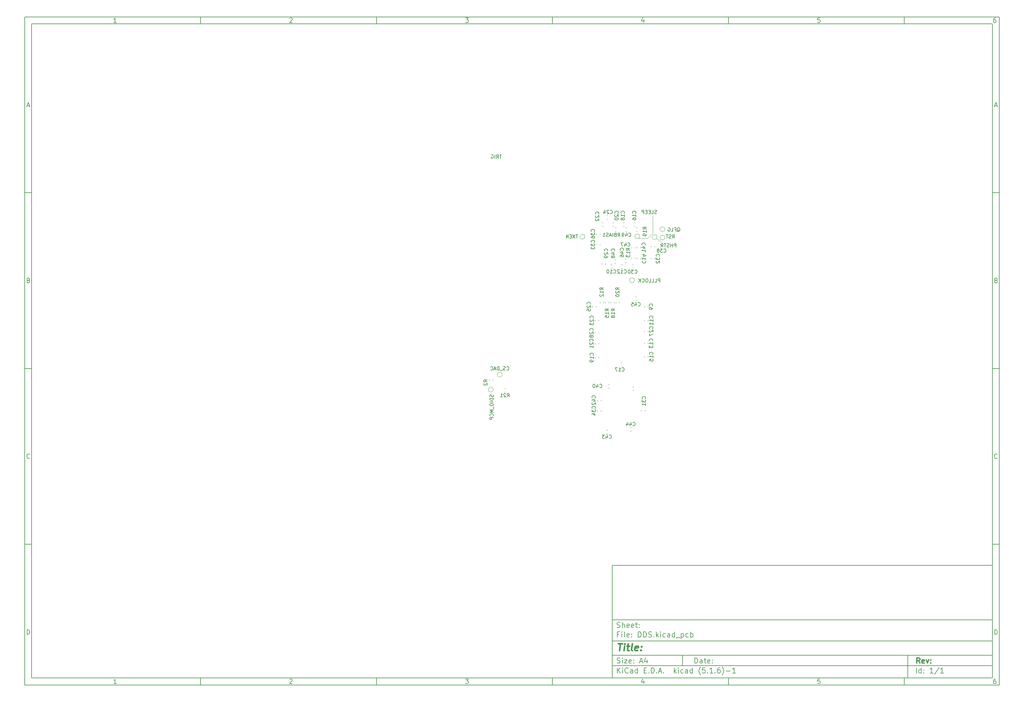
<source format=gbr>
%TF.GenerationSoftware,KiCad,Pcbnew,(5.1.6)-1*%
%TF.CreationDate,2020-12-14T06:54:32-07:00*%
%TF.ProjectId,DDS,4444532e-6b69-4636-9164-5f7063625858,rev?*%
%TF.SameCoordinates,Original*%
%TF.FileFunction,Legend,Bot*%
%TF.FilePolarity,Positive*%
%FSLAX46Y46*%
G04 Gerber Fmt 4.6, Leading zero omitted, Abs format (unit mm)*
G04 Created by KiCad (PCBNEW (5.1.6)-1) date 2020-12-14 06:54:32*
%MOMM*%
%LPD*%
G01*
G04 APERTURE LIST*
%ADD10C,0.100000*%
%ADD11C,0.150000*%
%ADD12C,0.300000*%
%ADD13C,0.400000*%
%ADD14C,0.120000*%
G04 APERTURE END LIST*
D10*
D11*
X177002200Y-166007200D02*
X177002200Y-198007200D01*
X285002200Y-198007200D01*
X285002200Y-166007200D01*
X177002200Y-166007200D01*
D10*
D11*
X10000000Y-10000000D02*
X10000000Y-200007200D01*
X287002200Y-200007200D01*
X287002200Y-10000000D01*
X10000000Y-10000000D01*
D10*
D11*
X12000000Y-12000000D02*
X12000000Y-198007200D01*
X285002200Y-198007200D01*
X285002200Y-12000000D01*
X12000000Y-12000000D01*
D10*
D11*
X60000000Y-12000000D02*
X60000000Y-10000000D01*
D10*
D11*
X110000000Y-12000000D02*
X110000000Y-10000000D01*
D10*
D11*
X160000000Y-12000000D02*
X160000000Y-10000000D01*
D10*
D11*
X210000000Y-12000000D02*
X210000000Y-10000000D01*
D10*
D11*
X260000000Y-12000000D02*
X260000000Y-10000000D01*
D10*
D11*
X36065476Y-11588095D02*
X35322619Y-11588095D01*
X35694047Y-11588095D02*
X35694047Y-10288095D01*
X35570238Y-10473809D01*
X35446428Y-10597619D01*
X35322619Y-10659523D01*
D10*
D11*
X85322619Y-10411904D02*
X85384523Y-10350000D01*
X85508333Y-10288095D01*
X85817857Y-10288095D01*
X85941666Y-10350000D01*
X86003571Y-10411904D01*
X86065476Y-10535714D01*
X86065476Y-10659523D01*
X86003571Y-10845238D01*
X85260714Y-11588095D01*
X86065476Y-11588095D01*
D10*
D11*
X135260714Y-10288095D02*
X136065476Y-10288095D01*
X135632142Y-10783333D01*
X135817857Y-10783333D01*
X135941666Y-10845238D01*
X136003571Y-10907142D01*
X136065476Y-11030952D01*
X136065476Y-11340476D01*
X136003571Y-11464285D01*
X135941666Y-11526190D01*
X135817857Y-11588095D01*
X135446428Y-11588095D01*
X135322619Y-11526190D01*
X135260714Y-11464285D01*
D10*
D11*
X185941666Y-10721428D02*
X185941666Y-11588095D01*
X185632142Y-10226190D02*
X185322619Y-11154761D01*
X186127380Y-11154761D01*
D10*
D11*
X236003571Y-10288095D02*
X235384523Y-10288095D01*
X235322619Y-10907142D01*
X235384523Y-10845238D01*
X235508333Y-10783333D01*
X235817857Y-10783333D01*
X235941666Y-10845238D01*
X236003571Y-10907142D01*
X236065476Y-11030952D01*
X236065476Y-11340476D01*
X236003571Y-11464285D01*
X235941666Y-11526190D01*
X235817857Y-11588095D01*
X235508333Y-11588095D01*
X235384523Y-11526190D01*
X235322619Y-11464285D01*
D10*
D11*
X285941666Y-10288095D02*
X285694047Y-10288095D01*
X285570238Y-10350000D01*
X285508333Y-10411904D01*
X285384523Y-10597619D01*
X285322619Y-10845238D01*
X285322619Y-11340476D01*
X285384523Y-11464285D01*
X285446428Y-11526190D01*
X285570238Y-11588095D01*
X285817857Y-11588095D01*
X285941666Y-11526190D01*
X286003571Y-11464285D01*
X286065476Y-11340476D01*
X286065476Y-11030952D01*
X286003571Y-10907142D01*
X285941666Y-10845238D01*
X285817857Y-10783333D01*
X285570238Y-10783333D01*
X285446428Y-10845238D01*
X285384523Y-10907142D01*
X285322619Y-11030952D01*
D10*
D11*
X60000000Y-198007200D02*
X60000000Y-200007200D01*
D10*
D11*
X110000000Y-198007200D02*
X110000000Y-200007200D01*
D10*
D11*
X160000000Y-198007200D02*
X160000000Y-200007200D01*
D10*
D11*
X210000000Y-198007200D02*
X210000000Y-200007200D01*
D10*
D11*
X260000000Y-198007200D02*
X260000000Y-200007200D01*
D10*
D11*
X36065476Y-199595295D02*
X35322619Y-199595295D01*
X35694047Y-199595295D02*
X35694047Y-198295295D01*
X35570238Y-198481009D01*
X35446428Y-198604819D01*
X35322619Y-198666723D01*
D10*
D11*
X85322619Y-198419104D02*
X85384523Y-198357200D01*
X85508333Y-198295295D01*
X85817857Y-198295295D01*
X85941666Y-198357200D01*
X86003571Y-198419104D01*
X86065476Y-198542914D01*
X86065476Y-198666723D01*
X86003571Y-198852438D01*
X85260714Y-199595295D01*
X86065476Y-199595295D01*
D10*
D11*
X135260714Y-198295295D02*
X136065476Y-198295295D01*
X135632142Y-198790533D01*
X135817857Y-198790533D01*
X135941666Y-198852438D01*
X136003571Y-198914342D01*
X136065476Y-199038152D01*
X136065476Y-199347676D01*
X136003571Y-199471485D01*
X135941666Y-199533390D01*
X135817857Y-199595295D01*
X135446428Y-199595295D01*
X135322619Y-199533390D01*
X135260714Y-199471485D01*
D10*
D11*
X185941666Y-198728628D02*
X185941666Y-199595295D01*
X185632142Y-198233390D02*
X185322619Y-199161961D01*
X186127380Y-199161961D01*
D10*
D11*
X236003571Y-198295295D02*
X235384523Y-198295295D01*
X235322619Y-198914342D01*
X235384523Y-198852438D01*
X235508333Y-198790533D01*
X235817857Y-198790533D01*
X235941666Y-198852438D01*
X236003571Y-198914342D01*
X236065476Y-199038152D01*
X236065476Y-199347676D01*
X236003571Y-199471485D01*
X235941666Y-199533390D01*
X235817857Y-199595295D01*
X235508333Y-199595295D01*
X235384523Y-199533390D01*
X235322619Y-199471485D01*
D10*
D11*
X285941666Y-198295295D02*
X285694047Y-198295295D01*
X285570238Y-198357200D01*
X285508333Y-198419104D01*
X285384523Y-198604819D01*
X285322619Y-198852438D01*
X285322619Y-199347676D01*
X285384523Y-199471485D01*
X285446428Y-199533390D01*
X285570238Y-199595295D01*
X285817857Y-199595295D01*
X285941666Y-199533390D01*
X286003571Y-199471485D01*
X286065476Y-199347676D01*
X286065476Y-199038152D01*
X286003571Y-198914342D01*
X285941666Y-198852438D01*
X285817857Y-198790533D01*
X285570238Y-198790533D01*
X285446428Y-198852438D01*
X285384523Y-198914342D01*
X285322619Y-199038152D01*
D10*
D11*
X10000000Y-60000000D02*
X12000000Y-60000000D01*
D10*
D11*
X10000000Y-110000000D02*
X12000000Y-110000000D01*
D10*
D11*
X10000000Y-160000000D02*
X12000000Y-160000000D01*
D10*
D11*
X10690476Y-35216666D02*
X11309523Y-35216666D01*
X10566666Y-35588095D02*
X11000000Y-34288095D01*
X11433333Y-35588095D01*
D10*
D11*
X11092857Y-84907142D02*
X11278571Y-84969047D01*
X11340476Y-85030952D01*
X11402380Y-85154761D01*
X11402380Y-85340476D01*
X11340476Y-85464285D01*
X11278571Y-85526190D01*
X11154761Y-85588095D01*
X10659523Y-85588095D01*
X10659523Y-84288095D01*
X11092857Y-84288095D01*
X11216666Y-84350000D01*
X11278571Y-84411904D01*
X11340476Y-84535714D01*
X11340476Y-84659523D01*
X11278571Y-84783333D01*
X11216666Y-84845238D01*
X11092857Y-84907142D01*
X10659523Y-84907142D01*
D10*
D11*
X11402380Y-135464285D02*
X11340476Y-135526190D01*
X11154761Y-135588095D01*
X11030952Y-135588095D01*
X10845238Y-135526190D01*
X10721428Y-135402380D01*
X10659523Y-135278571D01*
X10597619Y-135030952D01*
X10597619Y-134845238D01*
X10659523Y-134597619D01*
X10721428Y-134473809D01*
X10845238Y-134350000D01*
X11030952Y-134288095D01*
X11154761Y-134288095D01*
X11340476Y-134350000D01*
X11402380Y-134411904D01*
D10*
D11*
X10659523Y-185588095D02*
X10659523Y-184288095D01*
X10969047Y-184288095D01*
X11154761Y-184350000D01*
X11278571Y-184473809D01*
X11340476Y-184597619D01*
X11402380Y-184845238D01*
X11402380Y-185030952D01*
X11340476Y-185278571D01*
X11278571Y-185402380D01*
X11154761Y-185526190D01*
X10969047Y-185588095D01*
X10659523Y-185588095D01*
D10*
D11*
X287002200Y-60000000D02*
X285002200Y-60000000D01*
D10*
D11*
X287002200Y-110000000D02*
X285002200Y-110000000D01*
D10*
D11*
X287002200Y-160000000D02*
X285002200Y-160000000D01*
D10*
D11*
X285692676Y-35216666D02*
X286311723Y-35216666D01*
X285568866Y-35588095D02*
X286002200Y-34288095D01*
X286435533Y-35588095D01*
D10*
D11*
X286095057Y-84907142D02*
X286280771Y-84969047D01*
X286342676Y-85030952D01*
X286404580Y-85154761D01*
X286404580Y-85340476D01*
X286342676Y-85464285D01*
X286280771Y-85526190D01*
X286156961Y-85588095D01*
X285661723Y-85588095D01*
X285661723Y-84288095D01*
X286095057Y-84288095D01*
X286218866Y-84350000D01*
X286280771Y-84411904D01*
X286342676Y-84535714D01*
X286342676Y-84659523D01*
X286280771Y-84783333D01*
X286218866Y-84845238D01*
X286095057Y-84907142D01*
X285661723Y-84907142D01*
D10*
D11*
X286404580Y-135464285D02*
X286342676Y-135526190D01*
X286156961Y-135588095D01*
X286033152Y-135588095D01*
X285847438Y-135526190D01*
X285723628Y-135402380D01*
X285661723Y-135278571D01*
X285599819Y-135030952D01*
X285599819Y-134845238D01*
X285661723Y-134597619D01*
X285723628Y-134473809D01*
X285847438Y-134350000D01*
X286033152Y-134288095D01*
X286156961Y-134288095D01*
X286342676Y-134350000D01*
X286404580Y-134411904D01*
D10*
D11*
X285661723Y-185588095D02*
X285661723Y-184288095D01*
X285971247Y-184288095D01*
X286156961Y-184350000D01*
X286280771Y-184473809D01*
X286342676Y-184597619D01*
X286404580Y-184845238D01*
X286404580Y-185030952D01*
X286342676Y-185278571D01*
X286280771Y-185402380D01*
X286156961Y-185526190D01*
X285971247Y-185588095D01*
X285661723Y-185588095D01*
D10*
D11*
X200434342Y-193785771D02*
X200434342Y-192285771D01*
X200791485Y-192285771D01*
X201005771Y-192357200D01*
X201148628Y-192500057D01*
X201220057Y-192642914D01*
X201291485Y-192928628D01*
X201291485Y-193142914D01*
X201220057Y-193428628D01*
X201148628Y-193571485D01*
X201005771Y-193714342D01*
X200791485Y-193785771D01*
X200434342Y-193785771D01*
X202577200Y-193785771D02*
X202577200Y-193000057D01*
X202505771Y-192857200D01*
X202362914Y-192785771D01*
X202077200Y-192785771D01*
X201934342Y-192857200D01*
X202577200Y-193714342D02*
X202434342Y-193785771D01*
X202077200Y-193785771D01*
X201934342Y-193714342D01*
X201862914Y-193571485D01*
X201862914Y-193428628D01*
X201934342Y-193285771D01*
X202077200Y-193214342D01*
X202434342Y-193214342D01*
X202577200Y-193142914D01*
X203077200Y-192785771D02*
X203648628Y-192785771D01*
X203291485Y-192285771D02*
X203291485Y-193571485D01*
X203362914Y-193714342D01*
X203505771Y-193785771D01*
X203648628Y-193785771D01*
X204720057Y-193714342D02*
X204577200Y-193785771D01*
X204291485Y-193785771D01*
X204148628Y-193714342D01*
X204077200Y-193571485D01*
X204077200Y-193000057D01*
X204148628Y-192857200D01*
X204291485Y-192785771D01*
X204577200Y-192785771D01*
X204720057Y-192857200D01*
X204791485Y-193000057D01*
X204791485Y-193142914D01*
X204077200Y-193285771D01*
X205434342Y-193642914D02*
X205505771Y-193714342D01*
X205434342Y-193785771D01*
X205362914Y-193714342D01*
X205434342Y-193642914D01*
X205434342Y-193785771D01*
X205434342Y-192857200D02*
X205505771Y-192928628D01*
X205434342Y-193000057D01*
X205362914Y-192928628D01*
X205434342Y-192857200D01*
X205434342Y-193000057D01*
D10*
D11*
X177002200Y-194507200D02*
X285002200Y-194507200D01*
D10*
D11*
X178434342Y-196585771D02*
X178434342Y-195085771D01*
X179291485Y-196585771D02*
X178648628Y-195728628D01*
X179291485Y-195085771D02*
X178434342Y-195942914D01*
X179934342Y-196585771D02*
X179934342Y-195585771D01*
X179934342Y-195085771D02*
X179862914Y-195157200D01*
X179934342Y-195228628D01*
X180005771Y-195157200D01*
X179934342Y-195085771D01*
X179934342Y-195228628D01*
X181505771Y-196442914D02*
X181434342Y-196514342D01*
X181220057Y-196585771D01*
X181077200Y-196585771D01*
X180862914Y-196514342D01*
X180720057Y-196371485D01*
X180648628Y-196228628D01*
X180577200Y-195942914D01*
X180577200Y-195728628D01*
X180648628Y-195442914D01*
X180720057Y-195300057D01*
X180862914Y-195157200D01*
X181077200Y-195085771D01*
X181220057Y-195085771D01*
X181434342Y-195157200D01*
X181505771Y-195228628D01*
X182791485Y-196585771D02*
X182791485Y-195800057D01*
X182720057Y-195657200D01*
X182577200Y-195585771D01*
X182291485Y-195585771D01*
X182148628Y-195657200D01*
X182791485Y-196514342D02*
X182648628Y-196585771D01*
X182291485Y-196585771D01*
X182148628Y-196514342D01*
X182077200Y-196371485D01*
X182077200Y-196228628D01*
X182148628Y-196085771D01*
X182291485Y-196014342D01*
X182648628Y-196014342D01*
X182791485Y-195942914D01*
X184148628Y-196585771D02*
X184148628Y-195085771D01*
X184148628Y-196514342D02*
X184005771Y-196585771D01*
X183720057Y-196585771D01*
X183577200Y-196514342D01*
X183505771Y-196442914D01*
X183434342Y-196300057D01*
X183434342Y-195871485D01*
X183505771Y-195728628D01*
X183577200Y-195657200D01*
X183720057Y-195585771D01*
X184005771Y-195585771D01*
X184148628Y-195657200D01*
X186005771Y-195800057D02*
X186505771Y-195800057D01*
X186720057Y-196585771D02*
X186005771Y-196585771D01*
X186005771Y-195085771D01*
X186720057Y-195085771D01*
X187362914Y-196442914D02*
X187434342Y-196514342D01*
X187362914Y-196585771D01*
X187291485Y-196514342D01*
X187362914Y-196442914D01*
X187362914Y-196585771D01*
X188077200Y-196585771D02*
X188077200Y-195085771D01*
X188434342Y-195085771D01*
X188648628Y-195157200D01*
X188791485Y-195300057D01*
X188862914Y-195442914D01*
X188934342Y-195728628D01*
X188934342Y-195942914D01*
X188862914Y-196228628D01*
X188791485Y-196371485D01*
X188648628Y-196514342D01*
X188434342Y-196585771D01*
X188077200Y-196585771D01*
X189577200Y-196442914D02*
X189648628Y-196514342D01*
X189577200Y-196585771D01*
X189505771Y-196514342D01*
X189577200Y-196442914D01*
X189577200Y-196585771D01*
X190220057Y-196157200D02*
X190934342Y-196157200D01*
X190077200Y-196585771D02*
X190577200Y-195085771D01*
X191077200Y-196585771D01*
X191577200Y-196442914D02*
X191648628Y-196514342D01*
X191577200Y-196585771D01*
X191505771Y-196514342D01*
X191577200Y-196442914D01*
X191577200Y-196585771D01*
X194577200Y-196585771D02*
X194577200Y-195085771D01*
X194720057Y-196014342D02*
X195148628Y-196585771D01*
X195148628Y-195585771D02*
X194577200Y-196157200D01*
X195791485Y-196585771D02*
X195791485Y-195585771D01*
X195791485Y-195085771D02*
X195720057Y-195157200D01*
X195791485Y-195228628D01*
X195862914Y-195157200D01*
X195791485Y-195085771D01*
X195791485Y-195228628D01*
X197148628Y-196514342D02*
X197005771Y-196585771D01*
X196720057Y-196585771D01*
X196577200Y-196514342D01*
X196505771Y-196442914D01*
X196434342Y-196300057D01*
X196434342Y-195871485D01*
X196505771Y-195728628D01*
X196577200Y-195657200D01*
X196720057Y-195585771D01*
X197005771Y-195585771D01*
X197148628Y-195657200D01*
X198434342Y-196585771D02*
X198434342Y-195800057D01*
X198362914Y-195657200D01*
X198220057Y-195585771D01*
X197934342Y-195585771D01*
X197791485Y-195657200D01*
X198434342Y-196514342D02*
X198291485Y-196585771D01*
X197934342Y-196585771D01*
X197791485Y-196514342D01*
X197720057Y-196371485D01*
X197720057Y-196228628D01*
X197791485Y-196085771D01*
X197934342Y-196014342D01*
X198291485Y-196014342D01*
X198434342Y-195942914D01*
X199791485Y-196585771D02*
X199791485Y-195085771D01*
X199791485Y-196514342D02*
X199648628Y-196585771D01*
X199362914Y-196585771D01*
X199220057Y-196514342D01*
X199148628Y-196442914D01*
X199077200Y-196300057D01*
X199077200Y-195871485D01*
X199148628Y-195728628D01*
X199220057Y-195657200D01*
X199362914Y-195585771D01*
X199648628Y-195585771D01*
X199791485Y-195657200D01*
X202077200Y-197157200D02*
X202005771Y-197085771D01*
X201862914Y-196871485D01*
X201791485Y-196728628D01*
X201720057Y-196514342D01*
X201648628Y-196157200D01*
X201648628Y-195871485D01*
X201720057Y-195514342D01*
X201791485Y-195300057D01*
X201862914Y-195157200D01*
X202005771Y-194942914D01*
X202077200Y-194871485D01*
X203362914Y-195085771D02*
X202648628Y-195085771D01*
X202577200Y-195800057D01*
X202648628Y-195728628D01*
X202791485Y-195657200D01*
X203148628Y-195657200D01*
X203291485Y-195728628D01*
X203362914Y-195800057D01*
X203434342Y-195942914D01*
X203434342Y-196300057D01*
X203362914Y-196442914D01*
X203291485Y-196514342D01*
X203148628Y-196585771D01*
X202791485Y-196585771D01*
X202648628Y-196514342D01*
X202577200Y-196442914D01*
X204077200Y-196442914D02*
X204148628Y-196514342D01*
X204077200Y-196585771D01*
X204005771Y-196514342D01*
X204077200Y-196442914D01*
X204077200Y-196585771D01*
X205577200Y-196585771D02*
X204720057Y-196585771D01*
X205148628Y-196585771D02*
X205148628Y-195085771D01*
X205005771Y-195300057D01*
X204862914Y-195442914D01*
X204720057Y-195514342D01*
X206220057Y-196442914D02*
X206291485Y-196514342D01*
X206220057Y-196585771D01*
X206148628Y-196514342D01*
X206220057Y-196442914D01*
X206220057Y-196585771D01*
X207577200Y-195085771D02*
X207291485Y-195085771D01*
X207148628Y-195157200D01*
X207077200Y-195228628D01*
X206934342Y-195442914D01*
X206862914Y-195728628D01*
X206862914Y-196300057D01*
X206934342Y-196442914D01*
X207005771Y-196514342D01*
X207148628Y-196585771D01*
X207434342Y-196585771D01*
X207577200Y-196514342D01*
X207648628Y-196442914D01*
X207720057Y-196300057D01*
X207720057Y-195942914D01*
X207648628Y-195800057D01*
X207577200Y-195728628D01*
X207434342Y-195657200D01*
X207148628Y-195657200D01*
X207005771Y-195728628D01*
X206934342Y-195800057D01*
X206862914Y-195942914D01*
X208220057Y-197157200D02*
X208291485Y-197085771D01*
X208434342Y-196871485D01*
X208505771Y-196728628D01*
X208577200Y-196514342D01*
X208648628Y-196157200D01*
X208648628Y-195871485D01*
X208577200Y-195514342D01*
X208505771Y-195300057D01*
X208434342Y-195157200D01*
X208291485Y-194942914D01*
X208220057Y-194871485D01*
X209362914Y-196014342D02*
X210505771Y-196014342D01*
X212005771Y-196585771D02*
X211148628Y-196585771D01*
X211577200Y-196585771D02*
X211577200Y-195085771D01*
X211434342Y-195300057D01*
X211291485Y-195442914D01*
X211148628Y-195514342D01*
D10*
D11*
X177002200Y-191507200D02*
X285002200Y-191507200D01*
D10*
D12*
X264411485Y-193785771D02*
X263911485Y-193071485D01*
X263554342Y-193785771D02*
X263554342Y-192285771D01*
X264125771Y-192285771D01*
X264268628Y-192357200D01*
X264340057Y-192428628D01*
X264411485Y-192571485D01*
X264411485Y-192785771D01*
X264340057Y-192928628D01*
X264268628Y-193000057D01*
X264125771Y-193071485D01*
X263554342Y-193071485D01*
X265625771Y-193714342D02*
X265482914Y-193785771D01*
X265197200Y-193785771D01*
X265054342Y-193714342D01*
X264982914Y-193571485D01*
X264982914Y-193000057D01*
X265054342Y-192857200D01*
X265197200Y-192785771D01*
X265482914Y-192785771D01*
X265625771Y-192857200D01*
X265697200Y-193000057D01*
X265697200Y-193142914D01*
X264982914Y-193285771D01*
X266197200Y-192785771D02*
X266554342Y-193785771D01*
X266911485Y-192785771D01*
X267482914Y-193642914D02*
X267554342Y-193714342D01*
X267482914Y-193785771D01*
X267411485Y-193714342D01*
X267482914Y-193642914D01*
X267482914Y-193785771D01*
X267482914Y-192857200D02*
X267554342Y-192928628D01*
X267482914Y-193000057D01*
X267411485Y-192928628D01*
X267482914Y-192857200D01*
X267482914Y-193000057D01*
D10*
D11*
X178362914Y-193714342D02*
X178577200Y-193785771D01*
X178934342Y-193785771D01*
X179077200Y-193714342D01*
X179148628Y-193642914D01*
X179220057Y-193500057D01*
X179220057Y-193357200D01*
X179148628Y-193214342D01*
X179077200Y-193142914D01*
X178934342Y-193071485D01*
X178648628Y-193000057D01*
X178505771Y-192928628D01*
X178434342Y-192857200D01*
X178362914Y-192714342D01*
X178362914Y-192571485D01*
X178434342Y-192428628D01*
X178505771Y-192357200D01*
X178648628Y-192285771D01*
X179005771Y-192285771D01*
X179220057Y-192357200D01*
X179862914Y-193785771D02*
X179862914Y-192785771D01*
X179862914Y-192285771D02*
X179791485Y-192357200D01*
X179862914Y-192428628D01*
X179934342Y-192357200D01*
X179862914Y-192285771D01*
X179862914Y-192428628D01*
X180434342Y-192785771D02*
X181220057Y-192785771D01*
X180434342Y-193785771D01*
X181220057Y-193785771D01*
X182362914Y-193714342D02*
X182220057Y-193785771D01*
X181934342Y-193785771D01*
X181791485Y-193714342D01*
X181720057Y-193571485D01*
X181720057Y-193000057D01*
X181791485Y-192857200D01*
X181934342Y-192785771D01*
X182220057Y-192785771D01*
X182362914Y-192857200D01*
X182434342Y-193000057D01*
X182434342Y-193142914D01*
X181720057Y-193285771D01*
X183077200Y-193642914D02*
X183148628Y-193714342D01*
X183077200Y-193785771D01*
X183005771Y-193714342D01*
X183077200Y-193642914D01*
X183077200Y-193785771D01*
X183077200Y-192857200D02*
X183148628Y-192928628D01*
X183077200Y-193000057D01*
X183005771Y-192928628D01*
X183077200Y-192857200D01*
X183077200Y-193000057D01*
X184862914Y-193357200D02*
X185577200Y-193357200D01*
X184720057Y-193785771D02*
X185220057Y-192285771D01*
X185720057Y-193785771D01*
X186862914Y-192785771D02*
X186862914Y-193785771D01*
X186505771Y-192214342D02*
X186148628Y-193285771D01*
X187077200Y-193285771D01*
D10*
D11*
X263434342Y-196585771D02*
X263434342Y-195085771D01*
X264791485Y-196585771D02*
X264791485Y-195085771D01*
X264791485Y-196514342D02*
X264648628Y-196585771D01*
X264362914Y-196585771D01*
X264220057Y-196514342D01*
X264148628Y-196442914D01*
X264077200Y-196300057D01*
X264077200Y-195871485D01*
X264148628Y-195728628D01*
X264220057Y-195657200D01*
X264362914Y-195585771D01*
X264648628Y-195585771D01*
X264791485Y-195657200D01*
X265505771Y-196442914D02*
X265577200Y-196514342D01*
X265505771Y-196585771D01*
X265434342Y-196514342D01*
X265505771Y-196442914D01*
X265505771Y-196585771D01*
X265505771Y-195657200D02*
X265577200Y-195728628D01*
X265505771Y-195800057D01*
X265434342Y-195728628D01*
X265505771Y-195657200D01*
X265505771Y-195800057D01*
X268148628Y-196585771D02*
X267291485Y-196585771D01*
X267720057Y-196585771D02*
X267720057Y-195085771D01*
X267577200Y-195300057D01*
X267434342Y-195442914D01*
X267291485Y-195514342D01*
X269862914Y-195014342D02*
X268577200Y-196942914D01*
X271148628Y-196585771D02*
X270291485Y-196585771D01*
X270720057Y-196585771D02*
X270720057Y-195085771D01*
X270577200Y-195300057D01*
X270434342Y-195442914D01*
X270291485Y-195514342D01*
D10*
D11*
X177002200Y-187507200D02*
X285002200Y-187507200D01*
D10*
D13*
X178714580Y-188211961D02*
X179857438Y-188211961D01*
X179036009Y-190211961D02*
X179286009Y-188211961D01*
X180274104Y-190211961D02*
X180440771Y-188878628D01*
X180524104Y-188211961D02*
X180416961Y-188307200D01*
X180500295Y-188402438D01*
X180607438Y-188307200D01*
X180524104Y-188211961D01*
X180500295Y-188402438D01*
X181107438Y-188878628D02*
X181869342Y-188878628D01*
X181476485Y-188211961D02*
X181262200Y-189926247D01*
X181333628Y-190116723D01*
X181512200Y-190211961D01*
X181702676Y-190211961D01*
X182655057Y-190211961D02*
X182476485Y-190116723D01*
X182405057Y-189926247D01*
X182619342Y-188211961D01*
X184190771Y-190116723D02*
X183988390Y-190211961D01*
X183607438Y-190211961D01*
X183428866Y-190116723D01*
X183357438Y-189926247D01*
X183452676Y-189164342D01*
X183571723Y-188973866D01*
X183774104Y-188878628D01*
X184155057Y-188878628D01*
X184333628Y-188973866D01*
X184405057Y-189164342D01*
X184381247Y-189354819D01*
X183405057Y-189545295D01*
X185155057Y-190021485D02*
X185238390Y-190116723D01*
X185131247Y-190211961D01*
X185047914Y-190116723D01*
X185155057Y-190021485D01*
X185131247Y-190211961D01*
X185286009Y-188973866D02*
X185369342Y-189069104D01*
X185262200Y-189164342D01*
X185178866Y-189069104D01*
X185286009Y-188973866D01*
X185262200Y-189164342D01*
D10*
D11*
X178934342Y-185600057D02*
X178434342Y-185600057D01*
X178434342Y-186385771D02*
X178434342Y-184885771D01*
X179148628Y-184885771D01*
X179720057Y-186385771D02*
X179720057Y-185385771D01*
X179720057Y-184885771D02*
X179648628Y-184957200D01*
X179720057Y-185028628D01*
X179791485Y-184957200D01*
X179720057Y-184885771D01*
X179720057Y-185028628D01*
X180648628Y-186385771D02*
X180505771Y-186314342D01*
X180434342Y-186171485D01*
X180434342Y-184885771D01*
X181791485Y-186314342D02*
X181648628Y-186385771D01*
X181362914Y-186385771D01*
X181220057Y-186314342D01*
X181148628Y-186171485D01*
X181148628Y-185600057D01*
X181220057Y-185457200D01*
X181362914Y-185385771D01*
X181648628Y-185385771D01*
X181791485Y-185457200D01*
X181862914Y-185600057D01*
X181862914Y-185742914D01*
X181148628Y-185885771D01*
X182505771Y-186242914D02*
X182577200Y-186314342D01*
X182505771Y-186385771D01*
X182434342Y-186314342D01*
X182505771Y-186242914D01*
X182505771Y-186385771D01*
X182505771Y-185457200D02*
X182577200Y-185528628D01*
X182505771Y-185600057D01*
X182434342Y-185528628D01*
X182505771Y-185457200D01*
X182505771Y-185600057D01*
X184362914Y-186385771D02*
X184362914Y-184885771D01*
X184720057Y-184885771D01*
X184934342Y-184957200D01*
X185077200Y-185100057D01*
X185148628Y-185242914D01*
X185220057Y-185528628D01*
X185220057Y-185742914D01*
X185148628Y-186028628D01*
X185077200Y-186171485D01*
X184934342Y-186314342D01*
X184720057Y-186385771D01*
X184362914Y-186385771D01*
X185862914Y-186385771D02*
X185862914Y-184885771D01*
X186220057Y-184885771D01*
X186434342Y-184957200D01*
X186577200Y-185100057D01*
X186648628Y-185242914D01*
X186720057Y-185528628D01*
X186720057Y-185742914D01*
X186648628Y-186028628D01*
X186577200Y-186171485D01*
X186434342Y-186314342D01*
X186220057Y-186385771D01*
X185862914Y-186385771D01*
X187291485Y-186314342D02*
X187505771Y-186385771D01*
X187862914Y-186385771D01*
X188005771Y-186314342D01*
X188077200Y-186242914D01*
X188148628Y-186100057D01*
X188148628Y-185957200D01*
X188077200Y-185814342D01*
X188005771Y-185742914D01*
X187862914Y-185671485D01*
X187577200Y-185600057D01*
X187434342Y-185528628D01*
X187362914Y-185457200D01*
X187291485Y-185314342D01*
X187291485Y-185171485D01*
X187362914Y-185028628D01*
X187434342Y-184957200D01*
X187577200Y-184885771D01*
X187934342Y-184885771D01*
X188148628Y-184957200D01*
X188791485Y-186242914D02*
X188862914Y-186314342D01*
X188791485Y-186385771D01*
X188720057Y-186314342D01*
X188791485Y-186242914D01*
X188791485Y-186385771D01*
X189505771Y-186385771D02*
X189505771Y-184885771D01*
X189648628Y-185814342D02*
X190077200Y-186385771D01*
X190077200Y-185385771D02*
X189505771Y-185957200D01*
X190720057Y-186385771D02*
X190720057Y-185385771D01*
X190720057Y-184885771D02*
X190648628Y-184957200D01*
X190720057Y-185028628D01*
X190791485Y-184957200D01*
X190720057Y-184885771D01*
X190720057Y-185028628D01*
X192077200Y-186314342D02*
X191934342Y-186385771D01*
X191648628Y-186385771D01*
X191505771Y-186314342D01*
X191434342Y-186242914D01*
X191362914Y-186100057D01*
X191362914Y-185671485D01*
X191434342Y-185528628D01*
X191505771Y-185457200D01*
X191648628Y-185385771D01*
X191934342Y-185385771D01*
X192077200Y-185457200D01*
X193362914Y-186385771D02*
X193362914Y-185600057D01*
X193291485Y-185457200D01*
X193148628Y-185385771D01*
X192862914Y-185385771D01*
X192720057Y-185457200D01*
X193362914Y-186314342D02*
X193220057Y-186385771D01*
X192862914Y-186385771D01*
X192720057Y-186314342D01*
X192648628Y-186171485D01*
X192648628Y-186028628D01*
X192720057Y-185885771D01*
X192862914Y-185814342D01*
X193220057Y-185814342D01*
X193362914Y-185742914D01*
X194720057Y-186385771D02*
X194720057Y-184885771D01*
X194720057Y-186314342D02*
X194577200Y-186385771D01*
X194291485Y-186385771D01*
X194148628Y-186314342D01*
X194077200Y-186242914D01*
X194005771Y-186100057D01*
X194005771Y-185671485D01*
X194077200Y-185528628D01*
X194148628Y-185457200D01*
X194291485Y-185385771D01*
X194577200Y-185385771D01*
X194720057Y-185457200D01*
X195077200Y-186528628D02*
X196220057Y-186528628D01*
X196577200Y-185385771D02*
X196577200Y-186885771D01*
X196577200Y-185457200D02*
X196720057Y-185385771D01*
X197005771Y-185385771D01*
X197148628Y-185457200D01*
X197220057Y-185528628D01*
X197291485Y-185671485D01*
X197291485Y-186100057D01*
X197220057Y-186242914D01*
X197148628Y-186314342D01*
X197005771Y-186385771D01*
X196720057Y-186385771D01*
X196577200Y-186314342D01*
X198577200Y-186314342D02*
X198434342Y-186385771D01*
X198148628Y-186385771D01*
X198005771Y-186314342D01*
X197934342Y-186242914D01*
X197862914Y-186100057D01*
X197862914Y-185671485D01*
X197934342Y-185528628D01*
X198005771Y-185457200D01*
X198148628Y-185385771D01*
X198434342Y-185385771D01*
X198577200Y-185457200D01*
X199220057Y-186385771D02*
X199220057Y-184885771D01*
X199220057Y-185457200D02*
X199362914Y-185385771D01*
X199648628Y-185385771D01*
X199791485Y-185457200D01*
X199862914Y-185528628D01*
X199934342Y-185671485D01*
X199934342Y-186100057D01*
X199862914Y-186242914D01*
X199791485Y-186314342D01*
X199648628Y-186385771D01*
X199362914Y-186385771D01*
X199220057Y-186314342D01*
D10*
D11*
X177002200Y-181507200D02*
X285002200Y-181507200D01*
D10*
D11*
X178362914Y-183614342D02*
X178577200Y-183685771D01*
X178934342Y-183685771D01*
X179077200Y-183614342D01*
X179148628Y-183542914D01*
X179220057Y-183400057D01*
X179220057Y-183257200D01*
X179148628Y-183114342D01*
X179077200Y-183042914D01*
X178934342Y-182971485D01*
X178648628Y-182900057D01*
X178505771Y-182828628D01*
X178434342Y-182757200D01*
X178362914Y-182614342D01*
X178362914Y-182471485D01*
X178434342Y-182328628D01*
X178505771Y-182257200D01*
X178648628Y-182185771D01*
X179005771Y-182185771D01*
X179220057Y-182257200D01*
X179862914Y-183685771D02*
X179862914Y-182185771D01*
X180505771Y-183685771D02*
X180505771Y-182900057D01*
X180434342Y-182757200D01*
X180291485Y-182685771D01*
X180077200Y-182685771D01*
X179934342Y-182757200D01*
X179862914Y-182828628D01*
X181791485Y-183614342D02*
X181648628Y-183685771D01*
X181362914Y-183685771D01*
X181220057Y-183614342D01*
X181148628Y-183471485D01*
X181148628Y-182900057D01*
X181220057Y-182757200D01*
X181362914Y-182685771D01*
X181648628Y-182685771D01*
X181791485Y-182757200D01*
X181862914Y-182900057D01*
X181862914Y-183042914D01*
X181148628Y-183185771D01*
X183077200Y-183614342D02*
X182934342Y-183685771D01*
X182648628Y-183685771D01*
X182505771Y-183614342D01*
X182434342Y-183471485D01*
X182434342Y-182900057D01*
X182505771Y-182757200D01*
X182648628Y-182685771D01*
X182934342Y-182685771D01*
X183077200Y-182757200D01*
X183148628Y-182900057D01*
X183148628Y-183042914D01*
X182434342Y-183185771D01*
X183577200Y-182685771D02*
X184148628Y-182685771D01*
X183791485Y-182185771D02*
X183791485Y-183471485D01*
X183862914Y-183614342D01*
X184005771Y-183685771D01*
X184148628Y-183685771D01*
X184648628Y-183542914D02*
X184720057Y-183614342D01*
X184648628Y-183685771D01*
X184577200Y-183614342D01*
X184648628Y-183542914D01*
X184648628Y-183685771D01*
X184648628Y-182757200D02*
X184720057Y-182828628D01*
X184648628Y-182900057D01*
X184577200Y-182828628D01*
X184648628Y-182757200D01*
X184648628Y-182900057D01*
D10*
D11*
X197002200Y-191507200D02*
X197002200Y-194507200D01*
D10*
D11*
X261002200Y-191507200D02*
X261002200Y-198007200D01*
X145523809Y-49202380D02*
X144952380Y-49202380D01*
X145238095Y-50202380D02*
X145238095Y-49202380D01*
X144047619Y-50202380D02*
X144380952Y-49726190D01*
X144619047Y-50202380D02*
X144619047Y-49202380D01*
X144238095Y-49202380D01*
X144142857Y-49250000D01*
X144095238Y-49297619D01*
X144047619Y-49392857D01*
X144047619Y-49535714D01*
X144095238Y-49630952D01*
X144142857Y-49678571D01*
X144238095Y-49726190D01*
X144619047Y-49726190D01*
X143619047Y-50202380D02*
X143619047Y-49202380D01*
X142619047Y-49250000D02*
X142714285Y-49202380D01*
X142857142Y-49202380D01*
X143000000Y-49250000D01*
X143095238Y-49345238D01*
X143142857Y-49440476D01*
X143190476Y-49630952D01*
X143190476Y-49773809D01*
X143142857Y-49964285D01*
X143095238Y-50059523D01*
X143000000Y-50154761D01*
X142857142Y-50202380D01*
X142761904Y-50202380D01*
X142619047Y-50154761D01*
X142571428Y-50107142D01*
X142571428Y-49773809D01*
X142761904Y-49773809D01*
X167238095Y-71952380D02*
X166666666Y-71952380D01*
X166952380Y-72952380D02*
X166952380Y-71952380D01*
X166428571Y-71952380D02*
X165761904Y-72952380D01*
X165761904Y-71952380D02*
X166428571Y-72952380D01*
X165380952Y-72428571D02*
X165047619Y-72428571D01*
X164904761Y-72952380D02*
X165380952Y-72952380D01*
X165380952Y-71952380D01*
X164904761Y-71952380D01*
X164476190Y-72952380D02*
X164476190Y-71952380D01*
X163904761Y-72952380D01*
X163904761Y-71952380D01*
X190500000Y-85452380D02*
X190500000Y-84452380D01*
X190119047Y-84452380D01*
X190023809Y-84500000D01*
X189976190Y-84547619D01*
X189928571Y-84642857D01*
X189928571Y-84785714D01*
X189976190Y-84880952D01*
X190023809Y-84928571D01*
X190119047Y-84976190D01*
X190500000Y-84976190D01*
X189023809Y-85452380D02*
X189500000Y-85452380D01*
X189500000Y-84452380D01*
X188214285Y-85452380D02*
X188690476Y-85452380D01*
X188690476Y-84452380D01*
X187404761Y-85452380D02*
X187880952Y-85452380D01*
X187880952Y-84452380D01*
X186880952Y-84452380D02*
X186690476Y-84452380D01*
X186595238Y-84500000D01*
X186500000Y-84595238D01*
X186452380Y-84785714D01*
X186452380Y-85119047D01*
X186500000Y-85309523D01*
X186595238Y-85404761D01*
X186690476Y-85452380D01*
X186880952Y-85452380D01*
X186976190Y-85404761D01*
X187071428Y-85309523D01*
X187119047Y-85119047D01*
X187119047Y-84785714D01*
X187071428Y-84595238D01*
X186976190Y-84500000D01*
X186880952Y-84452380D01*
X185452380Y-85357142D02*
X185500000Y-85404761D01*
X185642857Y-85452380D01*
X185738095Y-85452380D01*
X185880952Y-85404761D01*
X185976190Y-85309523D01*
X186023809Y-85214285D01*
X186071428Y-85023809D01*
X186071428Y-84880952D01*
X186023809Y-84690476D01*
X185976190Y-84595238D01*
X185880952Y-84500000D01*
X185738095Y-84452380D01*
X185642857Y-84452380D01*
X185500000Y-84500000D01*
X185452380Y-84547619D01*
X185023809Y-85452380D02*
X185023809Y-84452380D01*
X184452380Y-85452380D02*
X184880952Y-84880952D01*
X184452380Y-84452380D02*
X185023809Y-85023809D01*
D14*
X187000000Y-73000000D02*
X184500000Y-73000000D01*
X188500000Y-71500000D02*
X187000000Y-73000000D01*
X188500000Y-66500000D02*
X188500000Y-71500000D01*
D11*
X189595238Y-65904761D02*
X189452380Y-65952380D01*
X189214285Y-65952380D01*
X189119047Y-65904761D01*
X189071428Y-65857142D01*
X189023809Y-65761904D01*
X189023809Y-65666666D01*
X189071428Y-65571428D01*
X189119047Y-65523809D01*
X189214285Y-65476190D01*
X189404761Y-65428571D01*
X189500000Y-65380952D01*
X189547619Y-65333333D01*
X189595238Y-65238095D01*
X189595238Y-65142857D01*
X189547619Y-65047619D01*
X189500000Y-65000000D01*
X189404761Y-64952380D01*
X189166666Y-64952380D01*
X189023809Y-65000000D01*
X188119047Y-65952380D02*
X188595238Y-65952380D01*
X188595238Y-64952380D01*
X187785714Y-65428571D02*
X187452380Y-65428571D01*
X187309523Y-65952380D02*
X187785714Y-65952380D01*
X187785714Y-64952380D01*
X187309523Y-64952380D01*
X186880952Y-65428571D02*
X186547619Y-65428571D01*
X186404761Y-65952380D02*
X186880952Y-65952380D01*
X186880952Y-64952380D01*
X186404761Y-64952380D01*
X185976190Y-65952380D02*
X185976190Y-64952380D01*
X185595238Y-64952380D01*
X185500000Y-65000000D01*
X185452380Y-65047619D01*
X185404761Y-65142857D01*
X185404761Y-65285714D01*
X185452380Y-65380952D01*
X185500000Y-65428571D01*
X185595238Y-65476190D01*
X185976190Y-65476190D01*
D14*
X189500000Y-73000000D02*
X191000000Y-74000000D01*
D11*
X195142857Y-75452380D02*
X195142857Y-74452380D01*
X194761904Y-74452380D01*
X194666666Y-74500000D01*
X194619047Y-74547619D01*
X194571428Y-74642857D01*
X194571428Y-74785714D01*
X194619047Y-74880952D01*
X194666666Y-74928571D01*
X194761904Y-74976190D01*
X195142857Y-74976190D01*
X194142857Y-75452380D02*
X194142857Y-74452380D01*
X194142857Y-74928571D02*
X193571428Y-74928571D01*
X193571428Y-75452380D02*
X193571428Y-74452380D01*
X193142857Y-75404761D02*
X193000000Y-75452380D01*
X192761904Y-75452380D01*
X192666666Y-75404761D01*
X192619047Y-75357142D01*
X192571428Y-75261904D01*
X192571428Y-75166666D01*
X192619047Y-75071428D01*
X192666666Y-75023809D01*
X192761904Y-74976190D01*
X192952380Y-74928571D01*
X193047619Y-74880952D01*
X193095238Y-74833333D01*
X193142857Y-74738095D01*
X193142857Y-74642857D01*
X193095238Y-74547619D01*
X193047619Y-74500000D01*
X192952380Y-74452380D01*
X192714285Y-74452380D01*
X192571428Y-74500000D01*
X192285714Y-74452380D02*
X191714285Y-74452380D01*
X192000000Y-75452380D02*
X192000000Y-74452380D01*
X190809523Y-75452380D02*
X191142857Y-74976190D01*
X191380952Y-75452380D02*
X191380952Y-74452380D01*
X191000000Y-74452380D01*
X190904761Y-74500000D01*
X190857142Y-74547619D01*
X190809523Y-74642857D01*
X190809523Y-74785714D01*
X190857142Y-74880952D01*
X190904761Y-74928571D01*
X191000000Y-74976190D01*
X191380952Y-74976190D01*
X195452380Y-71047619D02*
X195547619Y-71000000D01*
X195642857Y-70904761D01*
X195785714Y-70761904D01*
X195880952Y-70714285D01*
X195976190Y-70714285D01*
X195928571Y-70952380D02*
X196023809Y-70904761D01*
X196119047Y-70809523D01*
X196166666Y-70619047D01*
X196166666Y-70285714D01*
X196119047Y-70095238D01*
X196023809Y-70000000D01*
X195928571Y-69952380D01*
X195738095Y-69952380D01*
X195642857Y-70000000D01*
X195547619Y-70095238D01*
X195500000Y-70285714D01*
X195500000Y-70619047D01*
X195547619Y-70809523D01*
X195642857Y-70904761D01*
X195738095Y-70952380D01*
X195928571Y-70952380D01*
X194738095Y-70428571D02*
X195071428Y-70428571D01*
X195071428Y-70952380D02*
X195071428Y-69952380D01*
X194595238Y-69952380D01*
X193738095Y-70952380D02*
X194214285Y-70952380D01*
X194214285Y-69952380D01*
X192880952Y-70000000D02*
X192976190Y-69952380D01*
X193119047Y-69952380D01*
X193261904Y-70000000D01*
X193357142Y-70095238D01*
X193404761Y-70190476D01*
X193452380Y-70380952D01*
X193452380Y-70523809D01*
X193404761Y-70714285D01*
X193357142Y-70809523D01*
X193261904Y-70904761D01*
X193119047Y-70952380D01*
X193023809Y-70952380D01*
X192880952Y-70904761D01*
X192833333Y-70857142D01*
X192833333Y-70523809D01*
X193023809Y-70523809D01*
X194047619Y-72952380D02*
X194380952Y-72476190D01*
X194619047Y-72952380D02*
X194619047Y-71952380D01*
X194238095Y-71952380D01*
X194142857Y-72000000D01*
X194095238Y-72047619D01*
X194047619Y-72142857D01*
X194047619Y-72285714D01*
X194095238Y-72380952D01*
X194142857Y-72428571D01*
X194238095Y-72476190D01*
X194619047Y-72476190D01*
X193666666Y-72904761D02*
X193523809Y-72952380D01*
X193285714Y-72952380D01*
X193190476Y-72904761D01*
X193142857Y-72857142D01*
X193095238Y-72761904D01*
X193095238Y-72666666D01*
X193142857Y-72571428D01*
X193190476Y-72523809D01*
X193285714Y-72476190D01*
X193476190Y-72428571D01*
X193571428Y-72380952D01*
X193619047Y-72333333D01*
X193666666Y-72238095D01*
X193666666Y-72142857D01*
X193619047Y-72047619D01*
X193571428Y-72000000D01*
X193476190Y-71952380D01*
X193238095Y-71952380D01*
X193095238Y-72000000D01*
X192809523Y-71952380D02*
X192238095Y-71952380D01*
X192523809Y-72952380D02*
X192523809Y-71952380D01*
X143154761Y-117500000D02*
X143202380Y-117642857D01*
X143202380Y-117880952D01*
X143154761Y-117976190D01*
X143107142Y-118023809D01*
X143011904Y-118071428D01*
X142916666Y-118071428D01*
X142821428Y-118023809D01*
X142773809Y-117976190D01*
X142726190Y-117880952D01*
X142678571Y-117690476D01*
X142630952Y-117595238D01*
X142583333Y-117547619D01*
X142488095Y-117500000D01*
X142392857Y-117500000D01*
X142297619Y-117547619D01*
X142250000Y-117595238D01*
X142202380Y-117690476D01*
X142202380Y-117928571D01*
X142250000Y-118071428D01*
X143202380Y-118500000D02*
X142202380Y-118500000D01*
X142202380Y-118738095D01*
X142250000Y-118880952D01*
X142345238Y-118976190D01*
X142440476Y-119023809D01*
X142630952Y-119071428D01*
X142773809Y-119071428D01*
X142964285Y-119023809D01*
X143059523Y-118976190D01*
X143154761Y-118880952D01*
X143202380Y-118738095D01*
X143202380Y-118500000D01*
X143202380Y-119500000D02*
X142202380Y-119500000D01*
X142202380Y-120166666D02*
X142202380Y-120357142D01*
X142250000Y-120452380D01*
X142345238Y-120547619D01*
X142535714Y-120595238D01*
X142869047Y-120595238D01*
X143059523Y-120547619D01*
X143154761Y-120452380D01*
X143202380Y-120357142D01*
X143202380Y-120166666D01*
X143154761Y-120071428D01*
X143059523Y-119976190D01*
X142869047Y-119928571D01*
X142535714Y-119928571D01*
X142345238Y-119976190D01*
X142250000Y-120071428D01*
X142202380Y-120166666D01*
X143297619Y-120785714D02*
X143297619Y-121547619D01*
X143202380Y-121785714D02*
X142202380Y-121785714D01*
X142916666Y-122119047D01*
X142202380Y-122452380D01*
X143202380Y-122452380D01*
X143107142Y-123500000D02*
X143154761Y-123452380D01*
X143202380Y-123309523D01*
X143202380Y-123214285D01*
X143154761Y-123071428D01*
X143059523Y-122976190D01*
X142964285Y-122928571D01*
X142773809Y-122880952D01*
X142630952Y-122880952D01*
X142440476Y-122928571D01*
X142345238Y-122976190D01*
X142250000Y-123071428D01*
X142202380Y-123214285D01*
X142202380Y-123309523D01*
X142250000Y-123452380D01*
X142297619Y-123500000D01*
X143202380Y-123928571D02*
X142202380Y-123928571D01*
X142202380Y-124309523D01*
X142250000Y-124404761D01*
X142297619Y-124452380D01*
X142392857Y-124500000D01*
X142535714Y-124500000D01*
X142630952Y-124452380D01*
X142678571Y-124404761D01*
X142726190Y-124309523D01*
X142726190Y-123928571D01*
X146976190Y-110357142D02*
X147023809Y-110404761D01*
X147166666Y-110452380D01*
X147261904Y-110452380D01*
X147404761Y-110404761D01*
X147500000Y-110309523D01*
X147547619Y-110214285D01*
X147595238Y-110023809D01*
X147595238Y-109880952D01*
X147547619Y-109690476D01*
X147500000Y-109595238D01*
X147404761Y-109500000D01*
X147261904Y-109452380D01*
X147166666Y-109452380D01*
X147023809Y-109500000D01*
X146976190Y-109547619D01*
X146595238Y-110404761D02*
X146452380Y-110452380D01*
X146214285Y-110452380D01*
X146119047Y-110404761D01*
X146071428Y-110357142D01*
X146023809Y-110261904D01*
X146023809Y-110166666D01*
X146071428Y-110071428D01*
X146119047Y-110023809D01*
X146214285Y-109976190D01*
X146404761Y-109928571D01*
X146500000Y-109880952D01*
X146547619Y-109833333D01*
X146595238Y-109738095D01*
X146595238Y-109642857D01*
X146547619Y-109547619D01*
X146500000Y-109500000D01*
X146404761Y-109452380D01*
X146166666Y-109452380D01*
X146023809Y-109500000D01*
X145833333Y-110547619D02*
X145071428Y-110547619D01*
X144833333Y-110452380D02*
X144833333Y-109452380D01*
X144595238Y-109452380D01*
X144452380Y-109500000D01*
X144357142Y-109595238D01*
X144309523Y-109690476D01*
X144261904Y-109880952D01*
X144261904Y-110023809D01*
X144309523Y-110214285D01*
X144357142Y-110309523D01*
X144452380Y-110404761D01*
X144595238Y-110452380D01*
X144833333Y-110452380D01*
X143880952Y-110166666D02*
X143404761Y-110166666D01*
X143976190Y-110452380D02*
X143642857Y-109452380D01*
X143309523Y-110452380D01*
X142404761Y-110357142D02*
X142452380Y-110404761D01*
X142595238Y-110452380D01*
X142690476Y-110452380D01*
X142833333Y-110404761D01*
X142928571Y-110309523D01*
X142976190Y-110214285D01*
X143023809Y-110023809D01*
X143023809Y-109880952D01*
X142976190Y-109690476D01*
X142928571Y-109595238D01*
X142833333Y-109500000D01*
X142690476Y-109452380D01*
X142595238Y-109452380D01*
X142452380Y-109500000D01*
X142404761Y-109547619D01*
D14*
%TO.C,TP35*%
X169200000Y-72500000D02*
G75*
G03*
X169200000Y-72500000I-700000J0D01*
G01*
%TO.C,TP5*%
X145700000Y-111750000D02*
G75*
G03*
X145700000Y-111750000I-700000J0D01*
G01*
%TO.C,TP9*%
X191950000Y-72750000D02*
G75*
G03*
X191950000Y-72750000I-700000J0D01*
G01*
%TO.C,TP1*%
X143200000Y-116000000D02*
G75*
G03*
X143200000Y-116000000I-700000J0D01*
G01*
%TO.C,TP45*%
X191950000Y-70400000D02*
G75*
G03*
X191950000Y-70400000I-700000J0D01*
G01*
%TO.C,TP44*%
X183300000Y-84900000D02*
G75*
G03*
X183300000Y-84900000I-700000J0D01*
G01*
%TO.C,C38*%
X189010000Y-75450279D02*
X189010000Y-75124721D01*
X187990000Y-75450279D02*
X187990000Y-75124721D01*
%TO.C,R2*%
X143010000Y-113412779D02*
X143010000Y-113087221D01*
X141990000Y-113412779D02*
X141990000Y-113087221D01*
%TO.C,R21*%
X146299721Y-115690000D02*
X146625279Y-115690000D01*
X146299721Y-116710000D02*
X146625279Y-116710000D01*
%TO.C,TP36*%
X189700000Y-72600000D02*
G75*
G03*
X189700000Y-72600000I-700000J0D01*
G01*
%TO.C,TP2*%
X184800000Y-72400000D02*
G75*
G03*
X184800000Y-72400000I-700000J0D01*
G01*
%TO.C,RBIAS1*%
X177737221Y-69990000D02*
X178062779Y-69990000D01*
X177737221Y-71010000D02*
X178062779Y-71010000D01*
%TO.C,R20*%
X179010000Y-91049721D02*
X179010000Y-91375279D01*
X177990000Y-91049721D02*
X177990000Y-91375279D01*
%TO.C,R19*%
X183749721Y-69990000D02*
X184075279Y-69990000D01*
X183749721Y-71010000D02*
X184075279Y-71010000D01*
%TO.C,R18*%
X177510000Y-91049721D02*
X177510000Y-91375279D01*
X176490000Y-91049721D02*
X176490000Y-91375279D01*
%TO.C,R15*%
X176010000Y-91049721D02*
X176010000Y-91375279D01*
X174990000Y-91049721D02*
X174990000Y-91375279D01*
%TO.C,R13*%
X183510000Y-78449721D02*
X183510000Y-78775279D01*
X182490000Y-78449721D02*
X182490000Y-78775279D01*
%TO.C,R12*%
X174510000Y-91049721D02*
X174510000Y-91375279D01*
X173490000Y-91049721D02*
X173490000Y-91375279D01*
%TO.C,C49*%
X181050279Y-71010000D02*
X180724721Y-71010000D01*
X181050279Y-69990000D02*
X180724721Y-69990000D01*
%TO.C,C48*%
X177549721Y-78990000D02*
X177875279Y-78990000D01*
X177549721Y-80010000D02*
X177875279Y-80010000D01*
%TO.C,C47*%
X183510000Y-75449721D02*
X183510000Y-75775279D01*
X182490000Y-75449721D02*
X182490000Y-75775279D01*
%TO.C,C46*%
X180537221Y-78890000D02*
X180862779Y-78890000D01*
X180537221Y-79910000D02*
X180862779Y-79910000D01*
%TO.C,C45*%
X183875279Y-90510000D02*
X183549721Y-90510000D01*
X183875279Y-89490000D02*
X183549721Y-89490000D01*
%TO.C,C44*%
X182375279Y-127760000D02*
X182049721Y-127760000D01*
X182375279Y-126740000D02*
X182049721Y-126740000D01*
%TO.C,C43*%
X175299721Y-127490000D02*
X175625279Y-127490000D01*
X175299721Y-128510000D02*
X175625279Y-128510000D01*
%TO.C,C42*%
X172740000Y-119200279D02*
X172740000Y-118874721D01*
X173760000Y-119200279D02*
X173760000Y-118874721D01*
%TO.C,C41*%
X183990000Y-75700279D02*
X183990000Y-75374721D01*
X185010000Y-75700279D02*
X185010000Y-75374721D01*
%TO.C,C40*%
X175799721Y-114490000D02*
X176125279Y-114490000D01*
X175799721Y-115510000D02*
X176125279Y-115510000D01*
%TO.C,C37*%
X183050279Y-116210000D02*
X182724721Y-116210000D01*
X183050279Y-115190000D02*
X182724721Y-115190000D01*
%TO.C,C36*%
X173510000Y-71549721D02*
X173510000Y-71875279D01*
X172490000Y-71549721D02*
X172490000Y-71875279D01*
%TO.C,C34*%
X172740000Y-122200279D02*
X172740000Y-121874721D01*
X173760000Y-122200279D02*
X173760000Y-121874721D01*
%TO.C,C33*%
X172490000Y-74912779D02*
X172490000Y-74587221D01*
X173510000Y-74912779D02*
X173510000Y-74587221D01*
%TO.C,C32*%
X187990000Y-78875279D02*
X187990000Y-78549721D01*
X189010000Y-78875279D02*
X189010000Y-78549721D01*
%TO.C,C31*%
X185240000Y-122125279D02*
X185240000Y-121799721D01*
X186260000Y-122125279D02*
X186260000Y-121799721D01*
%TO.C,C30*%
X182950279Y-81510000D02*
X182624721Y-81510000D01*
X182950279Y-80490000D02*
X182624721Y-80490000D01*
%TO.C,C29*%
X175010000Y-80049721D02*
X175010000Y-80375279D01*
X173990000Y-80049721D02*
X173990000Y-80375279D01*
%TO.C,C28*%
X172090000Y-99975279D02*
X172090000Y-99649721D01*
X173110000Y-99975279D02*
X173110000Y-99649721D01*
%TO.C,C27*%
X187110000Y-99224721D02*
X187110000Y-99550279D01*
X186090000Y-99224721D02*
X186090000Y-99550279D01*
%TO.C,C25*%
X171290000Y-92550279D02*
X171290000Y-92224721D01*
X172310000Y-92550279D02*
X172310000Y-92224721D01*
%TO.C,C24*%
X175337221Y-66490000D02*
X175662779Y-66490000D01*
X175337221Y-67510000D02*
X175662779Y-67510000D01*
%TO.C,C23*%
X173110000Y-96149721D02*
X173110000Y-96475279D01*
X172090000Y-96149721D02*
X172090000Y-96475279D01*
%TO.C,C22*%
X174049721Y-68490000D02*
X174375279Y-68490000D01*
X174049721Y-69510000D02*
X174375279Y-69510000D01*
%TO.C,C21*%
X172090000Y-103050279D02*
X172090000Y-102724721D01*
X173110000Y-103050279D02*
X173110000Y-102724721D01*
%TO.C,C20*%
X177049721Y-68490000D02*
X177375279Y-68490000D01*
X177049721Y-69510000D02*
X177375279Y-69510000D01*
%TO.C,C19*%
X173110000Y-106724721D02*
X173110000Y-107050279D01*
X172090000Y-106724721D02*
X172090000Y-107050279D01*
%TO.C,C18*%
X180049721Y-68490000D02*
X180375279Y-68490000D01*
X180049721Y-69510000D02*
X180375279Y-69510000D01*
%TO.C,C17*%
X179399721Y-108340000D02*
X179725279Y-108340000D01*
X179399721Y-109360000D02*
X179725279Y-109360000D01*
%TO.C,C16*%
X183124721Y-68490000D02*
X183450279Y-68490000D01*
X183124721Y-69510000D02*
X183450279Y-69510000D01*
%TO.C,C15*%
X187110000Y-106474721D02*
X187110000Y-106800279D01*
X186090000Y-106474721D02*
X186090000Y-106800279D01*
%TO.C,C14*%
X183990000Y-78875279D02*
X183990000Y-78549721D01*
X185010000Y-78875279D02*
X185010000Y-78549721D01*
%TO.C,C13*%
X186090000Y-102975279D02*
X186090000Y-102649721D01*
X187110000Y-102975279D02*
X187110000Y-102649721D01*
%TO.C,C12*%
X179549721Y-80490000D02*
X179875279Y-80490000D01*
X179549721Y-81510000D02*
X179875279Y-81510000D01*
%TO.C,C11*%
X187110000Y-96149721D02*
X187110000Y-96475279D01*
X186090000Y-96149721D02*
X186090000Y-96475279D01*
%TO.C,C10*%
X176549721Y-80490000D02*
X176875279Y-80490000D01*
X176549721Y-81510000D02*
X176875279Y-81510000D01*
%TO.C,C9*%
X186090000Y-92550279D02*
X186090000Y-92224721D01*
X187110000Y-92550279D02*
X187110000Y-92224721D01*
%TO.C,C38*%
D11*
X191642857Y-76857142D02*
X191690476Y-76904761D01*
X191833333Y-76952380D01*
X191928571Y-76952380D01*
X192071428Y-76904761D01*
X192166666Y-76809523D01*
X192214285Y-76714285D01*
X192261904Y-76523809D01*
X192261904Y-76380952D01*
X192214285Y-76190476D01*
X192166666Y-76095238D01*
X192071428Y-76000000D01*
X191928571Y-75952380D01*
X191833333Y-75952380D01*
X191690476Y-76000000D01*
X191642857Y-76047619D01*
X191309523Y-75952380D02*
X190690476Y-75952380D01*
X191023809Y-76333333D01*
X190880952Y-76333333D01*
X190785714Y-76380952D01*
X190738095Y-76428571D01*
X190690476Y-76523809D01*
X190690476Y-76761904D01*
X190738095Y-76857142D01*
X190785714Y-76904761D01*
X190880952Y-76952380D01*
X191166666Y-76952380D01*
X191261904Y-76904761D01*
X191309523Y-76857142D01*
X190119047Y-76380952D02*
X190214285Y-76333333D01*
X190261904Y-76285714D01*
X190309523Y-76190476D01*
X190309523Y-76142857D01*
X190261904Y-76047619D01*
X190214285Y-76000000D01*
X190119047Y-75952380D01*
X189928571Y-75952380D01*
X189833333Y-76000000D01*
X189785714Y-76047619D01*
X189738095Y-76142857D01*
X189738095Y-76190476D01*
X189785714Y-76285714D01*
X189833333Y-76333333D01*
X189928571Y-76380952D01*
X190119047Y-76380952D01*
X190214285Y-76428571D01*
X190261904Y-76476190D01*
X190309523Y-76571428D01*
X190309523Y-76761904D01*
X190261904Y-76857142D01*
X190214285Y-76904761D01*
X190119047Y-76952380D01*
X189928571Y-76952380D01*
X189833333Y-76904761D01*
X189785714Y-76857142D01*
X189738095Y-76761904D01*
X189738095Y-76571428D01*
X189785714Y-76476190D01*
X189833333Y-76428571D01*
X189928571Y-76380952D01*
%TO.C,R2*%
X141452380Y-113833333D02*
X140976190Y-113500000D01*
X141452380Y-113261904D02*
X140452380Y-113261904D01*
X140452380Y-113642857D01*
X140500000Y-113738095D01*
X140547619Y-113785714D01*
X140642857Y-113833333D01*
X140785714Y-113833333D01*
X140880952Y-113785714D01*
X140928571Y-113738095D01*
X140976190Y-113642857D01*
X140976190Y-113261904D01*
X140547619Y-114214285D02*
X140500000Y-114261904D01*
X140452380Y-114357142D01*
X140452380Y-114595238D01*
X140500000Y-114690476D01*
X140547619Y-114738095D01*
X140642857Y-114785714D01*
X140738095Y-114785714D01*
X140880952Y-114738095D01*
X141452380Y-114166666D01*
X141452380Y-114785714D01*
%TO.C,R21*%
X147105357Y-118082380D02*
X147438690Y-117606190D01*
X147676785Y-118082380D02*
X147676785Y-117082380D01*
X147295833Y-117082380D01*
X147200595Y-117130000D01*
X147152976Y-117177619D01*
X147105357Y-117272857D01*
X147105357Y-117415714D01*
X147152976Y-117510952D01*
X147200595Y-117558571D01*
X147295833Y-117606190D01*
X147676785Y-117606190D01*
X146724404Y-117177619D02*
X146676785Y-117130000D01*
X146581547Y-117082380D01*
X146343452Y-117082380D01*
X146248214Y-117130000D01*
X146200595Y-117177619D01*
X146152976Y-117272857D01*
X146152976Y-117368095D01*
X146200595Y-117510952D01*
X146772023Y-118082380D01*
X146152976Y-118082380D01*
X145200595Y-118082380D02*
X145772023Y-118082380D01*
X145486309Y-118082380D02*
X145486309Y-117082380D01*
X145581547Y-117225238D01*
X145676785Y-117320476D01*
X145772023Y-117368095D01*
%TO.C,RBIAS1*%
X178559523Y-72452380D02*
X178892857Y-71976190D01*
X179130952Y-72452380D02*
X179130952Y-71452380D01*
X178750000Y-71452380D01*
X178654761Y-71500000D01*
X178607142Y-71547619D01*
X178559523Y-71642857D01*
X178559523Y-71785714D01*
X178607142Y-71880952D01*
X178654761Y-71928571D01*
X178750000Y-71976190D01*
X179130952Y-71976190D01*
X177797619Y-71928571D02*
X177654761Y-71976190D01*
X177607142Y-72023809D01*
X177559523Y-72119047D01*
X177559523Y-72261904D01*
X177607142Y-72357142D01*
X177654761Y-72404761D01*
X177750000Y-72452380D01*
X178130952Y-72452380D01*
X178130952Y-71452380D01*
X177797619Y-71452380D01*
X177702380Y-71500000D01*
X177654761Y-71547619D01*
X177607142Y-71642857D01*
X177607142Y-71738095D01*
X177654761Y-71833333D01*
X177702380Y-71880952D01*
X177797619Y-71928571D01*
X178130952Y-71928571D01*
X177130952Y-72452380D02*
X177130952Y-71452380D01*
X176702380Y-72166666D02*
X176226190Y-72166666D01*
X176797619Y-72452380D02*
X176464285Y-71452380D01*
X176130952Y-72452380D01*
X175845238Y-72404761D02*
X175702380Y-72452380D01*
X175464285Y-72452380D01*
X175369047Y-72404761D01*
X175321428Y-72357142D01*
X175273809Y-72261904D01*
X175273809Y-72166666D01*
X175321428Y-72071428D01*
X175369047Y-72023809D01*
X175464285Y-71976190D01*
X175654761Y-71928571D01*
X175750000Y-71880952D01*
X175797619Y-71833333D01*
X175845238Y-71738095D01*
X175845238Y-71642857D01*
X175797619Y-71547619D01*
X175750000Y-71500000D01*
X175654761Y-71452380D01*
X175416666Y-71452380D01*
X175273809Y-71500000D01*
X174321428Y-72452380D02*
X174892857Y-72452380D01*
X174607142Y-72452380D02*
X174607142Y-71452380D01*
X174702380Y-71595238D01*
X174797619Y-71690476D01*
X174892857Y-71738095D01*
%TO.C,R20*%
X178952380Y-87607142D02*
X178476190Y-87273809D01*
X178952380Y-87035714D02*
X177952380Y-87035714D01*
X177952380Y-87416666D01*
X178000000Y-87511904D01*
X178047619Y-87559523D01*
X178142857Y-87607142D01*
X178285714Y-87607142D01*
X178380952Y-87559523D01*
X178428571Y-87511904D01*
X178476190Y-87416666D01*
X178476190Y-87035714D01*
X178047619Y-87988095D02*
X178000000Y-88035714D01*
X177952380Y-88130952D01*
X177952380Y-88369047D01*
X178000000Y-88464285D01*
X178047619Y-88511904D01*
X178142857Y-88559523D01*
X178238095Y-88559523D01*
X178380952Y-88511904D01*
X178952380Y-87940476D01*
X178952380Y-88559523D01*
X177952380Y-89178571D02*
X177952380Y-89273809D01*
X178000000Y-89369047D01*
X178047619Y-89416666D01*
X178142857Y-89464285D01*
X178333333Y-89511904D01*
X178571428Y-89511904D01*
X178761904Y-89464285D01*
X178857142Y-89416666D01*
X178904761Y-89369047D01*
X178952380Y-89273809D01*
X178952380Y-89178571D01*
X178904761Y-89083333D01*
X178857142Y-89035714D01*
X178761904Y-88988095D01*
X178571428Y-88940476D01*
X178333333Y-88940476D01*
X178142857Y-88988095D01*
X178047619Y-89035714D01*
X178000000Y-89083333D01*
X177952380Y-89178571D01*
%TO.C,R19*%
X186702380Y-70357142D02*
X186226190Y-70023809D01*
X186702380Y-69785714D02*
X185702380Y-69785714D01*
X185702380Y-70166666D01*
X185750000Y-70261904D01*
X185797619Y-70309523D01*
X185892857Y-70357142D01*
X186035714Y-70357142D01*
X186130952Y-70309523D01*
X186178571Y-70261904D01*
X186226190Y-70166666D01*
X186226190Y-69785714D01*
X186702380Y-71309523D02*
X186702380Y-70738095D01*
X186702380Y-71023809D02*
X185702380Y-71023809D01*
X185845238Y-70928571D01*
X185940476Y-70833333D01*
X185988095Y-70738095D01*
X186702380Y-71785714D02*
X186702380Y-71976190D01*
X186654761Y-72071428D01*
X186607142Y-72119047D01*
X186464285Y-72214285D01*
X186273809Y-72261904D01*
X185892857Y-72261904D01*
X185797619Y-72214285D01*
X185750000Y-72166666D01*
X185702380Y-72071428D01*
X185702380Y-71880952D01*
X185750000Y-71785714D01*
X185797619Y-71738095D01*
X185892857Y-71690476D01*
X186130952Y-71690476D01*
X186226190Y-71738095D01*
X186273809Y-71785714D01*
X186321428Y-71880952D01*
X186321428Y-72071428D01*
X186273809Y-72166666D01*
X186226190Y-72214285D01*
X186130952Y-72261904D01*
%TO.C,R18*%
X177702380Y-93607142D02*
X177226190Y-93273809D01*
X177702380Y-93035714D02*
X176702380Y-93035714D01*
X176702380Y-93416666D01*
X176750000Y-93511904D01*
X176797619Y-93559523D01*
X176892857Y-93607142D01*
X177035714Y-93607142D01*
X177130952Y-93559523D01*
X177178571Y-93511904D01*
X177226190Y-93416666D01*
X177226190Y-93035714D01*
X177702380Y-94559523D02*
X177702380Y-93988095D01*
X177702380Y-94273809D02*
X176702380Y-94273809D01*
X176845238Y-94178571D01*
X176940476Y-94083333D01*
X176988095Y-93988095D01*
X177130952Y-95130952D02*
X177083333Y-95035714D01*
X177035714Y-94988095D01*
X176940476Y-94940476D01*
X176892857Y-94940476D01*
X176797619Y-94988095D01*
X176750000Y-95035714D01*
X176702380Y-95130952D01*
X176702380Y-95321428D01*
X176750000Y-95416666D01*
X176797619Y-95464285D01*
X176892857Y-95511904D01*
X176940476Y-95511904D01*
X177035714Y-95464285D01*
X177083333Y-95416666D01*
X177130952Y-95321428D01*
X177130952Y-95130952D01*
X177178571Y-95035714D01*
X177226190Y-94988095D01*
X177321428Y-94940476D01*
X177511904Y-94940476D01*
X177607142Y-94988095D01*
X177654761Y-95035714D01*
X177702380Y-95130952D01*
X177702380Y-95321428D01*
X177654761Y-95416666D01*
X177607142Y-95464285D01*
X177511904Y-95511904D01*
X177321428Y-95511904D01*
X177226190Y-95464285D01*
X177178571Y-95416666D01*
X177130952Y-95321428D01*
%TO.C,R15*%
X175952380Y-93607142D02*
X175476190Y-93273809D01*
X175952380Y-93035714D02*
X174952380Y-93035714D01*
X174952380Y-93416666D01*
X175000000Y-93511904D01*
X175047619Y-93559523D01*
X175142857Y-93607142D01*
X175285714Y-93607142D01*
X175380952Y-93559523D01*
X175428571Y-93511904D01*
X175476190Y-93416666D01*
X175476190Y-93035714D01*
X175952380Y-94559523D02*
X175952380Y-93988095D01*
X175952380Y-94273809D02*
X174952380Y-94273809D01*
X175095238Y-94178571D01*
X175190476Y-94083333D01*
X175238095Y-93988095D01*
X174952380Y-95464285D02*
X174952380Y-94988095D01*
X175428571Y-94940476D01*
X175380952Y-94988095D01*
X175333333Y-95083333D01*
X175333333Y-95321428D01*
X175380952Y-95416666D01*
X175428571Y-95464285D01*
X175523809Y-95511904D01*
X175761904Y-95511904D01*
X175857142Y-95464285D01*
X175904761Y-95416666D01*
X175952380Y-95321428D01*
X175952380Y-95083333D01*
X175904761Y-94988095D01*
X175857142Y-94940476D01*
%TO.C,R13*%
X181952380Y-76357142D02*
X181476190Y-76023809D01*
X181952380Y-75785714D02*
X180952380Y-75785714D01*
X180952380Y-76166666D01*
X181000000Y-76261904D01*
X181047619Y-76309523D01*
X181142857Y-76357142D01*
X181285714Y-76357142D01*
X181380952Y-76309523D01*
X181428571Y-76261904D01*
X181476190Y-76166666D01*
X181476190Y-75785714D01*
X181952380Y-77309523D02*
X181952380Y-76738095D01*
X181952380Y-77023809D02*
X180952380Y-77023809D01*
X181095238Y-76928571D01*
X181190476Y-76833333D01*
X181238095Y-76738095D01*
X180952380Y-77642857D02*
X180952380Y-78261904D01*
X181333333Y-77928571D01*
X181333333Y-78071428D01*
X181380952Y-78166666D01*
X181428571Y-78214285D01*
X181523809Y-78261904D01*
X181761904Y-78261904D01*
X181857142Y-78214285D01*
X181904761Y-78166666D01*
X181952380Y-78071428D01*
X181952380Y-77785714D01*
X181904761Y-77690476D01*
X181857142Y-77642857D01*
%TO.C,R12*%
X174452380Y-87607142D02*
X173976190Y-87273809D01*
X174452380Y-87035714D02*
X173452380Y-87035714D01*
X173452380Y-87416666D01*
X173500000Y-87511904D01*
X173547619Y-87559523D01*
X173642857Y-87607142D01*
X173785714Y-87607142D01*
X173880952Y-87559523D01*
X173928571Y-87511904D01*
X173976190Y-87416666D01*
X173976190Y-87035714D01*
X174452380Y-88559523D02*
X174452380Y-87988095D01*
X174452380Y-88273809D02*
X173452380Y-88273809D01*
X173595238Y-88178571D01*
X173690476Y-88083333D01*
X173738095Y-87988095D01*
X173547619Y-88940476D02*
X173500000Y-88988095D01*
X173452380Y-89083333D01*
X173452380Y-89321428D01*
X173500000Y-89416666D01*
X173547619Y-89464285D01*
X173642857Y-89511904D01*
X173738095Y-89511904D01*
X173880952Y-89464285D01*
X174452380Y-88892857D01*
X174452380Y-89511904D01*
%TO.C,C49*%
X181642857Y-72357142D02*
X181690476Y-72404761D01*
X181833333Y-72452380D01*
X181928571Y-72452380D01*
X182071428Y-72404761D01*
X182166666Y-72309523D01*
X182214285Y-72214285D01*
X182261904Y-72023809D01*
X182261904Y-71880952D01*
X182214285Y-71690476D01*
X182166666Y-71595238D01*
X182071428Y-71500000D01*
X181928571Y-71452380D01*
X181833333Y-71452380D01*
X181690476Y-71500000D01*
X181642857Y-71547619D01*
X180785714Y-71785714D02*
X180785714Y-72452380D01*
X181023809Y-71404761D02*
X181261904Y-72119047D01*
X180642857Y-72119047D01*
X180214285Y-72452380D02*
X180023809Y-72452380D01*
X179928571Y-72404761D01*
X179880952Y-72357142D01*
X179785714Y-72214285D01*
X179738095Y-72023809D01*
X179738095Y-71642857D01*
X179785714Y-71547619D01*
X179833333Y-71500000D01*
X179928571Y-71452380D01*
X180119047Y-71452380D01*
X180214285Y-71500000D01*
X180261904Y-71547619D01*
X180309523Y-71642857D01*
X180309523Y-71880952D01*
X180261904Y-71976190D01*
X180214285Y-72023809D01*
X180119047Y-72071428D01*
X179928571Y-72071428D01*
X179833333Y-72023809D01*
X179785714Y-71976190D01*
X179738095Y-71880952D01*
%TO.C,C48*%
X177607142Y-76607142D02*
X177654761Y-76559523D01*
X177702380Y-76416666D01*
X177702380Y-76321428D01*
X177654761Y-76178571D01*
X177559523Y-76083333D01*
X177464285Y-76035714D01*
X177273809Y-75988095D01*
X177130952Y-75988095D01*
X176940476Y-76035714D01*
X176845238Y-76083333D01*
X176750000Y-76178571D01*
X176702380Y-76321428D01*
X176702380Y-76416666D01*
X176750000Y-76559523D01*
X176797619Y-76607142D01*
X177035714Y-77464285D02*
X177702380Y-77464285D01*
X176654761Y-77226190D02*
X177369047Y-76988095D01*
X177369047Y-77607142D01*
X177130952Y-78130952D02*
X177083333Y-78035714D01*
X177035714Y-77988095D01*
X176940476Y-77940476D01*
X176892857Y-77940476D01*
X176797619Y-77988095D01*
X176750000Y-78035714D01*
X176702380Y-78130952D01*
X176702380Y-78321428D01*
X176750000Y-78416666D01*
X176797619Y-78464285D01*
X176892857Y-78511904D01*
X176940476Y-78511904D01*
X177035714Y-78464285D01*
X177083333Y-78416666D01*
X177130952Y-78321428D01*
X177130952Y-78130952D01*
X177178571Y-78035714D01*
X177226190Y-77988095D01*
X177321428Y-77940476D01*
X177511904Y-77940476D01*
X177607142Y-77988095D01*
X177654761Y-78035714D01*
X177702380Y-78130952D01*
X177702380Y-78321428D01*
X177654761Y-78416666D01*
X177607142Y-78464285D01*
X177511904Y-78511904D01*
X177321428Y-78511904D01*
X177226190Y-78464285D01*
X177178571Y-78416666D01*
X177130952Y-78321428D01*
%TO.C,C47*%
X181392857Y-75107142D02*
X181440476Y-75154761D01*
X181583333Y-75202380D01*
X181678571Y-75202380D01*
X181821428Y-75154761D01*
X181916666Y-75059523D01*
X181964285Y-74964285D01*
X182011904Y-74773809D01*
X182011904Y-74630952D01*
X181964285Y-74440476D01*
X181916666Y-74345238D01*
X181821428Y-74250000D01*
X181678571Y-74202380D01*
X181583333Y-74202380D01*
X181440476Y-74250000D01*
X181392857Y-74297619D01*
X180535714Y-74535714D02*
X180535714Y-75202380D01*
X180773809Y-74154761D02*
X181011904Y-74869047D01*
X180392857Y-74869047D01*
X180107142Y-74202380D02*
X179440476Y-74202380D01*
X179869047Y-75202380D01*
%TO.C,C46*%
X180107142Y-76357142D02*
X180154761Y-76309523D01*
X180202380Y-76166666D01*
X180202380Y-76071428D01*
X180154761Y-75928571D01*
X180059523Y-75833333D01*
X179964285Y-75785714D01*
X179773809Y-75738095D01*
X179630952Y-75738095D01*
X179440476Y-75785714D01*
X179345238Y-75833333D01*
X179250000Y-75928571D01*
X179202380Y-76071428D01*
X179202380Y-76166666D01*
X179250000Y-76309523D01*
X179297619Y-76357142D01*
X179535714Y-77214285D02*
X180202380Y-77214285D01*
X179154761Y-76976190D02*
X179869047Y-76738095D01*
X179869047Y-77357142D01*
X179202380Y-78166666D02*
X179202380Y-77976190D01*
X179250000Y-77880952D01*
X179297619Y-77833333D01*
X179440476Y-77738095D01*
X179630952Y-77690476D01*
X180011904Y-77690476D01*
X180107142Y-77738095D01*
X180154761Y-77785714D01*
X180202380Y-77880952D01*
X180202380Y-78071428D01*
X180154761Y-78166666D01*
X180107142Y-78214285D01*
X180011904Y-78261904D01*
X179773809Y-78261904D01*
X179678571Y-78214285D01*
X179630952Y-78166666D01*
X179583333Y-78071428D01*
X179583333Y-77880952D01*
X179630952Y-77785714D01*
X179678571Y-77738095D01*
X179773809Y-77690476D01*
%TO.C,C45*%
X184317857Y-92107142D02*
X184365476Y-92154761D01*
X184508333Y-92202380D01*
X184603571Y-92202380D01*
X184746428Y-92154761D01*
X184841666Y-92059523D01*
X184889285Y-91964285D01*
X184936904Y-91773809D01*
X184936904Y-91630952D01*
X184889285Y-91440476D01*
X184841666Y-91345238D01*
X184746428Y-91250000D01*
X184603571Y-91202380D01*
X184508333Y-91202380D01*
X184365476Y-91250000D01*
X184317857Y-91297619D01*
X183460714Y-91535714D02*
X183460714Y-92202380D01*
X183698809Y-91154761D02*
X183936904Y-91869047D01*
X183317857Y-91869047D01*
X182460714Y-91202380D02*
X182936904Y-91202380D01*
X182984523Y-91678571D01*
X182936904Y-91630952D01*
X182841666Y-91583333D01*
X182603571Y-91583333D01*
X182508333Y-91630952D01*
X182460714Y-91678571D01*
X182413095Y-91773809D01*
X182413095Y-92011904D01*
X182460714Y-92107142D01*
X182508333Y-92154761D01*
X182603571Y-92202380D01*
X182841666Y-92202380D01*
X182936904Y-92154761D01*
X182984523Y-92107142D01*
%TO.C,C44*%
X182855357Y-126177142D02*
X182902976Y-126224761D01*
X183045833Y-126272380D01*
X183141071Y-126272380D01*
X183283928Y-126224761D01*
X183379166Y-126129523D01*
X183426785Y-126034285D01*
X183474404Y-125843809D01*
X183474404Y-125700952D01*
X183426785Y-125510476D01*
X183379166Y-125415238D01*
X183283928Y-125320000D01*
X183141071Y-125272380D01*
X183045833Y-125272380D01*
X182902976Y-125320000D01*
X182855357Y-125367619D01*
X181998214Y-125605714D02*
X181998214Y-126272380D01*
X182236309Y-125224761D02*
X182474404Y-125939047D01*
X181855357Y-125939047D01*
X181045833Y-125605714D02*
X181045833Y-126272380D01*
X181283928Y-125224761D02*
X181522023Y-125939047D01*
X180902976Y-125939047D01*
%TO.C,C43*%
X176105357Y-129787142D02*
X176152976Y-129834761D01*
X176295833Y-129882380D01*
X176391071Y-129882380D01*
X176533928Y-129834761D01*
X176629166Y-129739523D01*
X176676785Y-129644285D01*
X176724404Y-129453809D01*
X176724404Y-129310952D01*
X176676785Y-129120476D01*
X176629166Y-129025238D01*
X176533928Y-128930000D01*
X176391071Y-128882380D01*
X176295833Y-128882380D01*
X176152976Y-128930000D01*
X176105357Y-128977619D01*
X175248214Y-129215714D02*
X175248214Y-129882380D01*
X175486309Y-128834761D02*
X175724404Y-129549047D01*
X175105357Y-129549047D01*
X174819642Y-128882380D02*
X174200595Y-128882380D01*
X174533928Y-129263333D01*
X174391071Y-129263333D01*
X174295833Y-129310952D01*
X174248214Y-129358571D01*
X174200595Y-129453809D01*
X174200595Y-129691904D01*
X174248214Y-129787142D01*
X174295833Y-129834761D01*
X174391071Y-129882380D01*
X174676785Y-129882380D01*
X174772023Y-129834761D01*
X174819642Y-129787142D01*
%TO.C,C42*%
X172107142Y-118357142D02*
X172154761Y-118309523D01*
X172202380Y-118166666D01*
X172202380Y-118071428D01*
X172154761Y-117928571D01*
X172059523Y-117833333D01*
X171964285Y-117785714D01*
X171773809Y-117738095D01*
X171630952Y-117738095D01*
X171440476Y-117785714D01*
X171345238Y-117833333D01*
X171250000Y-117928571D01*
X171202380Y-118071428D01*
X171202380Y-118166666D01*
X171250000Y-118309523D01*
X171297619Y-118357142D01*
X171535714Y-119214285D02*
X172202380Y-119214285D01*
X171154761Y-118976190D02*
X171869047Y-118738095D01*
X171869047Y-119357142D01*
X171297619Y-119690476D02*
X171250000Y-119738095D01*
X171202380Y-119833333D01*
X171202380Y-120071428D01*
X171250000Y-120166666D01*
X171297619Y-120214285D01*
X171392857Y-120261904D01*
X171488095Y-120261904D01*
X171630952Y-120214285D01*
X172202380Y-119642857D01*
X172202380Y-120261904D01*
%TO.C,C41*%
X186287142Y-74894642D02*
X186334761Y-74847023D01*
X186382380Y-74704166D01*
X186382380Y-74608928D01*
X186334761Y-74466071D01*
X186239523Y-74370833D01*
X186144285Y-74323214D01*
X185953809Y-74275595D01*
X185810952Y-74275595D01*
X185620476Y-74323214D01*
X185525238Y-74370833D01*
X185430000Y-74466071D01*
X185382380Y-74608928D01*
X185382380Y-74704166D01*
X185430000Y-74847023D01*
X185477619Y-74894642D01*
X185715714Y-75751785D02*
X186382380Y-75751785D01*
X185334761Y-75513690D02*
X186049047Y-75275595D01*
X186049047Y-75894642D01*
X186382380Y-76799404D02*
X186382380Y-76227976D01*
X186382380Y-76513690D02*
X185382380Y-76513690D01*
X185525238Y-76418452D01*
X185620476Y-76323214D01*
X185668095Y-76227976D01*
%TO.C,C40*%
X173392857Y-115357142D02*
X173440476Y-115404761D01*
X173583333Y-115452380D01*
X173678571Y-115452380D01*
X173821428Y-115404761D01*
X173916666Y-115309523D01*
X173964285Y-115214285D01*
X174011904Y-115023809D01*
X174011904Y-114880952D01*
X173964285Y-114690476D01*
X173916666Y-114595238D01*
X173821428Y-114500000D01*
X173678571Y-114452380D01*
X173583333Y-114452380D01*
X173440476Y-114500000D01*
X173392857Y-114547619D01*
X172535714Y-114785714D02*
X172535714Y-115452380D01*
X172773809Y-114404761D02*
X173011904Y-115119047D01*
X172392857Y-115119047D01*
X171821428Y-114452380D02*
X171726190Y-114452380D01*
X171630952Y-114500000D01*
X171583333Y-114547619D01*
X171535714Y-114642857D01*
X171488095Y-114833333D01*
X171488095Y-115071428D01*
X171535714Y-115261904D01*
X171583333Y-115357142D01*
X171630952Y-115404761D01*
X171726190Y-115452380D01*
X171821428Y-115452380D01*
X171916666Y-115404761D01*
X171964285Y-115357142D01*
X172011904Y-115261904D01*
X172059523Y-115071428D01*
X172059523Y-114833333D01*
X172011904Y-114642857D01*
X171964285Y-114547619D01*
X171916666Y-114500000D01*
X171821428Y-114452380D01*
%TO.C,C36*%
X171857142Y-71032142D02*
X171904761Y-70984523D01*
X171952380Y-70841666D01*
X171952380Y-70746428D01*
X171904761Y-70603571D01*
X171809523Y-70508333D01*
X171714285Y-70460714D01*
X171523809Y-70413095D01*
X171380952Y-70413095D01*
X171190476Y-70460714D01*
X171095238Y-70508333D01*
X171000000Y-70603571D01*
X170952380Y-70746428D01*
X170952380Y-70841666D01*
X171000000Y-70984523D01*
X171047619Y-71032142D01*
X170952380Y-71365476D02*
X170952380Y-71984523D01*
X171333333Y-71651190D01*
X171333333Y-71794047D01*
X171380952Y-71889285D01*
X171428571Y-71936904D01*
X171523809Y-71984523D01*
X171761904Y-71984523D01*
X171857142Y-71936904D01*
X171904761Y-71889285D01*
X171952380Y-71794047D01*
X171952380Y-71508333D01*
X171904761Y-71413095D01*
X171857142Y-71365476D01*
X170952380Y-72841666D02*
X170952380Y-72651190D01*
X171000000Y-72555952D01*
X171047619Y-72508333D01*
X171190476Y-72413095D01*
X171380952Y-72365476D01*
X171761904Y-72365476D01*
X171857142Y-72413095D01*
X171904761Y-72460714D01*
X171952380Y-72555952D01*
X171952380Y-72746428D01*
X171904761Y-72841666D01*
X171857142Y-72889285D01*
X171761904Y-72936904D01*
X171523809Y-72936904D01*
X171428571Y-72889285D01*
X171380952Y-72841666D01*
X171333333Y-72746428D01*
X171333333Y-72555952D01*
X171380952Y-72460714D01*
X171428571Y-72413095D01*
X171523809Y-72365476D01*
%TO.C,C34*%
X172107142Y-121357142D02*
X172154761Y-121309523D01*
X172202380Y-121166666D01*
X172202380Y-121071428D01*
X172154761Y-120928571D01*
X172059523Y-120833333D01*
X171964285Y-120785714D01*
X171773809Y-120738095D01*
X171630952Y-120738095D01*
X171440476Y-120785714D01*
X171345238Y-120833333D01*
X171250000Y-120928571D01*
X171202380Y-121071428D01*
X171202380Y-121166666D01*
X171250000Y-121309523D01*
X171297619Y-121357142D01*
X171202380Y-121690476D02*
X171202380Y-122309523D01*
X171583333Y-121976190D01*
X171583333Y-122119047D01*
X171630952Y-122214285D01*
X171678571Y-122261904D01*
X171773809Y-122309523D01*
X172011904Y-122309523D01*
X172107142Y-122261904D01*
X172154761Y-122214285D01*
X172202380Y-122119047D01*
X172202380Y-121833333D01*
X172154761Y-121738095D01*
X172107142Y-121690476D01*
X171535714Y-123166666D02*
X172202380Y-123166666D01*
X171154761Y-122928571D02*
X171869047Y-122690476D01*
X171869047Y-123309523D01*
%TO.C,C33*%
X171857142Y-74107142D02*
X171904761Y-74059523D01*
X171952380Y-73916666D01*
X171952380Y-73821428D01*
X171904761Y-73678571D01*
X171809523Y-73583333D01*
X171714285Y-73535714D01*
X171523809Y-73488095D01*
X171380952Y-73488095D01*
X171190476Y-73535714D01*
X171095238Y-73583333D01*
X171000000Y-73678571D01*
X170952380Y-73821428D01*
X170952380Y-73916666D01*
X171000000Y-74059523D01*
X171047619Y-74107142D01*
X170952380Y-74440476D02*
X170952380Y-75059523D01*
X171333333Y-74726190D01*
X171333333Y-74869047D01*
X171380952Y-74964285D01*
X171428571Y-75011904D01*
X171523809Y-75059523D01*
X171761904Y-75059523D01*
X171857142Y-75011904D01*
X171904761Y-74964285D01*
X171952380Y-74869047D01*
X171952380Y-74583333D01*
X171904761Y-74488095D01*
X171857142Y-74440476D01*
X170952380Y-75392857D02*
X170952380Y-76011904D01*
X171333333Y-75678571D01*
X171333333Y-75821428D01*
X171380952Y-75916666D01*
X171428571Y-75964285D01*
X171523809Y-76011904D01*
X171761904Y-76011904D01*
X171857142Y-75964285D01*
X171904761Y-75916666D01*
X171952380Y-75821428D01*
X171952380Y-75535714D01*
X171904761Y-75440476D01*
X171857142Y-75392857D01*
%TO.C,C32*%
X190357142Y-78107142D02*
X190404761Y-78059523D01*
X190452380Y-77916666D01*
X190452380Y-77821428D01*
X190404761Y-77678571D01*
X190309523Y-77583333D01*
X190214285Y-77535714D01*
X190023809Y-77488095D01*
X189880952Y-77488095D01*
X189690476Y-77535714D01*
X189595238Y-77583333D01*
X189500000Y-77678571D01*
X189452380Y-77821428D01*
X189452380Y-77916666D01*
X189500000Y-78059523D01*
X189547619Y-78107142D01*
X189452380Y-78440476D02*
X189452380Y-79059523D01*
X189833333Y-78726190D01*
X189833333Y-78869047D01*
X189880952Y-78964285D01*
X189928571Y-79011904D01*
X190023809Y-79059523D01*
X190261904Y-79059523D01*
X190357142Y-79011904D01*
X190404761Y-78964285D01*
X190452380Y-78869047D01*
X190452380Y-78583333D01*
X190404761Y-78488095D01*
X190357142Y-78440476D01*
X189547619Y-79440476D02*
X189500000Y-79488095D01*
X189452380Y-79583333D01*
X189452380Y-79821428D01*
X189500000Y-79916666D01*
X189547619Y-79964285D01*
X189642857Y-80011904D01*
X189738095Y-80011904D01*
X189880952Y-79964285D01*
X190452380Y-79392857D01*
X190452380Y-80011904D01*
%TO.C,C31*%
X186357142Y-118607142D02*
X186404761Y-118559523D01*
X186452380Y-118416666D01*
X186452380Y-118321428D01*
X186404761Y-118178571D01*
X186309523Y-118083333D01*
X186214285Y-118035714D01*
X186023809Y-117988095D01*
X185880952Y-117988095D01*
X185690476Y-118035714D01*
X185595238Y-118083333D01*
X185500000Y-118178571D01*
X185452380Y-118321428D01*
X185452380Y-118416666D01*
X185500000Y-118559523D01*
X185547619Y-118607142D01*
X185452380Y-118940476D02*
X185452380Y-119559523D01*
X185833333Y-119226190D01*
X185833333Y-119369047D01*
X185880952Y-119464285D01*
X185928571Y-119511904D01*
X186023809Y-119559523D01*
X186261904Y-119559523D01*
X186357142Y-119511904D01*
X186404761Y-119464285D01*
X186452380Y-119369047D01*
X186452380Y-119083333D01*
X186404761Y-118988095D01*
X186357142Y-118940476D01*
X186452380Y-120511904D02*
X186452380Y-119940476D01*
X186452380Y-120226190D02*
X185452380Y-120226190D01*
X185595238Y-120130952D01*
X185690476Y-120035714D01*
X185738095Y-119940476D01*
%TO.C,C30*%
X183392857Y-82857142D02*
X183440476Y-82904761D01*
X183583333Y-82952380D01*
X183678571Y-82952380D01*
X183821428Y-82904761D01*
X183916666Y-82809523D01*
X183964285Y-82714285D01*
X184011904Y-82523809D01*
X184011904Y-82380952D01*
X183964285Y-82190476D01*
X183916666Y-82095238D01*
X183821428Y-82000000D01*
X183678571Y-81952380D01*
X183583333Y-81952380D01*
X183440476Y-82000000D01*
X183392857Y-82047619D01*
X183059523Y-81952380D02*
X182440476Y-81952380D01*
X182773809Y-82333333D01*
X182630952Y-82333333D01*
X182535714Y-82380952D01*
X182488095Y-82428571D01*
X182440476Y-82523809D01*
X182440476Y-82761904D01*
X182488095Y-82857142D01*
X182535714Y-82904761D01*
X182630952Y-82952380D01*
X182916666Y-82952380D01*
X183011904Y-82904761D01*
X183059523Y-82857142D01*
X181821428Y-81952380D02*
X181726190Y-81952380D01*
X181630952Y-82000000D01*
X181583333Y-82047619D01*
X181535714Y-82142857D01*
X181488095Y-82333333D01*
X181488095Y-82571428D01*
X181535714Y-82761904D01*
X181583333Y-82857142D01*
X181630952Y-82904761D01*
X181726190Y-82952380D01*
X181821428Y-82952380D01*
X181916666Y-82904761D01*
X181964285Y-82857142D01*
X182011904Y-82761904D01*
X182059523Y-82571428D01*
X182059523Y-82333333D01*
X182011904Y-82142857D01*
X181964285Y-82047619D01*
X181916666Y-82000000D01*
X181821428Y-81952380D01*
%TO.C,C29*%
X175607142Y-76607142D02*
X175654761Y-76559523D01*
X175702380Y-76416666D01*
X175702380Y-76321428D01*
X175654761Y-76178571D01*
X175559523Y-76083333D01*
X175464285Y-76035714D01*
X175273809Y-75988095D01*
X175130952Y-75988095D01*
X174940476Y-76035714D01*
X174845238Y-76083333D01*
X174750000Y-76178571D01*
X174702380Y-76321428D01*
X174702380Y-76416666D01*
X174750000Y-76559523D01*
X174797619Y-76607142D01*
X174797619Y-76988095D02*
X174750000Y-77035714D01*
X174702380Y-77130952D01*
X174702380Y-77369047D01*
X174750000Y-77464285D01*
X174797619Y-77511904D01*
X174892857Y-77559523D01*
X174988095Y-77559523D01*
X175130952Y-77511904D01*
X175702380Y-76940476D01*
X175702380Y-77559523D01*
X175702380Y-78035714D02*
X175702380Y-78226190D01*
X175654761Y-78321428D01*
X175607142Y-78369047D01*
X175464285Y-78464285D01*
X175273809Y-78511904D01*
X174892857Y-78511904D01*
X174797619Y-78464285D01*
X174750000Y-78416666D01*
X174702380Y-78321428D01*
X174702380Y-78130952D01*
X174750000Y-78035714D01*
X174797619Y-77988095D01*
X174892857Y-77940476D01*
X175130952Y-77940476D01*
X175226190Y-77988095D01*
X175273809Y-78035714D01*
X175321428Y-78130952D01*
X175321428Y-78321428D01*
X175273809Y-78416666D01*
X175226190Y-78464285D01*
X175130952Y-78511904D01*
%TO.C,C28*%
X171457142Y-99207142D02*
X171504761Y-99159523D01*
X171552380Y-99016666D01*
X171552380Y-98921428D01*
X171504761Y-98778571D01*
X171409523Y-98683333D01*
X171314285Y-98635714D01*
X171123809Y-98588095D01*
X170980952Y-98588095D01*
X170790476Y-98635714D01*
X170695238Y-98683333D01*
X170600000Y-98778571D01*
X170552380Y-98921428D01*
X170552380Y-99016666D01*
X170600000Y-99159523D01*
X170647619Y-99207142D01*
X170647619Y-99588095D02*
X170600000Y-99635714D01*
X170552380Y-99730952D01*
X170552380Y-99969047D01*
X170600000Y-100064285D01*
X170647619Y-100111904D01*
X170742857Y-100159523D01*
X170838095Y-100159523D01*
X170980952Y-100111904D01*
X171552380Y-99540476D01*
X171552380Y-100159523D01*
X170980952Y-100730952D02*
X170933333Y-100635714D01*
X170885714Y-100588095D01*
X170790476Y-100540476D01*
X170742857Y-100540476D01*
X170647619Y-100588095D01*
X170600000Y-100635714D01*
X170552380Y-100730952D01*
X170552380Y-100921428D01*
X170600000Y-101016666D01*
X170647619Y-101064285D01*
X170742857Y-101111904D01*
X170790476Y-101111904D01*
X170885714Y-101064285D01*
X170933333Y-101016666D01*
X170980952Y-100921428D01*
X170980952Y-100730952D01*
X171028571Y-100635714D01*
X171076190Y-100588095D01*
X171171428Y-100540476D01*
X171361904Y-100540476D01*
X171457142Y-100588095D01*
X171504761Y-100635714D01*
X171552380Y-100730952D01*
X171552380Y-100921428D01*
X171504761Y-101016666D01*
X171457142Y-101064285D01*
X171361904Y-101111904D01*
X171171428Y-101111904D01*
X171076190Y-101064285D01*
X171028571Y-101016666D01*
X170980952Y-100921428D01*
%TO.C,C27*%
X188457142Y-98707142D02*
X188504761Y-98659523D01*
X188552380Y-98516666D01*
X188552380Y-98421428D01*
X188504761Y-98278571D01*
X188409523Y-98183333D01*
X188314285Y-98135714D01*
X188123809Y-98088095D01*
X187980952Y-98088095D01*
X187790476Y-98135714D01*
X187695238Y-98183333D01*
X187600000Y-98278571D01*
X187552380Y-98421428D01*
X187552380Y-98516666D01*
X187600000Y-98659523D01*
X187647619Y-98707142D01*
X187647619Y-99088095D02*
X187600000Y-99135714D01*
X187552380Y-99230952D01*
X187552380Y-99469047D01*
X187600000Y-99564285D01*
X187647619Y-99611904D01*
X187742857Y-99659523D01*
X187838095Y-99659523D01*
X187980952Y-99611904D01*
X188552380Y-99040476D01*
X188552380Y-99659523D01*
X187552380Y-99992857D02*
X187552380Y-100659523D01*
X188552380Y-100230952D01*
%TO.C,C25*%
X170707142Y-91744642D02*
X170754761Y-91697023D01*
X170802380Y-91554166D01*
X170802380Y-91458928D01*
X170754761Y-91316071D01*
X170659523Y-91220833D01*
X170564285Y-91173214D01*
X170373809Y-91125595D01*
X170230952Y-91125595D01*
X170040476Y-91173214D01*
X169945238Y-91220833D01*
X169850000Y-91316071D01*
X169802380Y-91458928D01*
X169802380Y-91554166D01*
X169850000Y-91697023D01*
X169897619Y-91744642D01*
X169897619Y-92125595D02*
X169850000Y-92173214D01*
X169802380Y-92268452D01*
X169802380Y-92506547D01*
X169850000Y-92601785D01*
X169897619Y-92649404D01*
X169992857Y-92697023D01*
X170088095Y-92697023D01*
X170230952Y-92649404D01*
X170802380Y-92077976D01*
X170802380Y-92697023D01*
X169802380Y-93601785D02*
X169802380Y-93125595D01*
X170278571Y-93077976D01*
X170230952Y-93125595D01*
X170183333Y-93220833D01*
X170183333Y-93458928D01*
X170230952Y-93554166D01*
X170278571Y-93601785D01*
X170373809Y-93649404D01*
X170611904Y-93649404D01*
X170707142Y-93601785D01*
X170754761Y-93554166D01*
X170802380Y-93458928D01*
X170802380Y-93220833D01*
X170754761Y-93125595D01*
X170707142Y-93077976D01*
%TO.C,C24*%
X176392857Y-65857142D02*
X176440476Y-65904761D01*
X176583333Y-65952380D01*
X176678571Y-65952380D01*
X176821428Y-65904761D01*
X176916666Y-65809523D01*
X176964285Y-65714285D01*
X177011904Y-65523809D01*
X177011904Y-65380952D01*
X176964285Y-65190476D01*
X176916666Y-65095238D01*
X176821428Y-65000000D01*
X176678571Y-64952380D01*
X176583333Y-64952380D01*
X176440476Y-65000000D01*
X176392857Y-65047619D01*
X176011904Y-65047619D02*
X175964285Y-65000000D01*
X175869047Y-64952380D01*
X175630952Y-64952380D01*
X175535714Y-65000000D01*
X175488095Y-65047619D01*
X175440476Y-65142857D01*
X175440476Y-65238095D01*
X175488095Y-65380952D01*
X176059523Y-65952380D01*
X175440476Y-65952380D01*
X174583333Y-65285714D02*
X174583333Y-65952380D01*
X174821428Y-64904761D02*
X175059523Y-65619047D01*
X174440476Y-65619047D01*
%TO.C,C23*%
X171527142Y-95669642D02*
X171574761Y-95622023D01*
X171622380Y-95479166D01*
X171622380Y-95383928D01*
X171574761Y-95241071D01*
X171479523Y-95145833D01*
X171384285Y-95098214D01*
X171193809Y-95050595D01*
X171050952Y-95050595D01*
X170860476Y-95098214D01*
X170765238Y-95145833D01*
X170670000Y-95241071D01*
X170622380Y-95383928D01*
X170622380Y-95479166D01*
X170670000Y-95622023D01*
X170717619Y-95669642D01*
X170717619Y-96050595D02*
X170670000Y-96098214D01*
X170622380Y-96193452D01*
X170622380Y-96431547D01*
X170670000Y-96526785D01*
X170717619Y-96574404D01*
X170812857Y-96622023D01*
X170908095Y-96622023D01*
X171050952Y-96574404D01*
X171622380Y-96002976D01*
X171622380Y-96622023D01*
X170622380Y-96955357D02*
X170622380Y-97574404D01*
X171003333Y-97241071D01*
X171003333Y-97383928D01*
X171050952Y-97479166D01*
X171098571Y-97526785D01*
X171193809Y-97574404D01*
X171431904Y-97574404D01*
X171527142Y-97526785D01*
X171574761Y-97479166D01*
X171622380Y-97383928D01*
X171622380Y-97098214D01*
X171574761Y-97002976D01*
X171527142Y-96955357D01*
%TO.C,C22*%
X173107142Y-66107142D02*
X173154761Y-66059523D01*
X173202380Y-65916666D01*
X173202380Y-65821428D01*
X173154761Y-65678571D01*
X173059523Y-65583333D01*
X172964285Y-65535714D01*
X172773809Y-65488095D01*
X172630952Y-65488095D01*
X172440476Y-65535714D01*
X172345238Y-65583333D01*
X172250000Y-65678571D01*
X172202380Y-65821428D01*
X172202380Y-65916666D01*
X172250000Y-66059523D01*
X172297619Y-66107142D01*
X172297619Y-66488095D02*
X172250000Y-66535714D01*
X172202380Y-66630952D01*
X172202380Y-66869047D01*
X172250000Y-66964285D01*
X172297619Y-67011904D01*
X172392857Y-67059523D01*
X172488095Y-67059523D01*
X172630952Y-67011904D01*
X173202380Y-66440476D01*
X173202380Y-67059523D01*
X172297619Y-67440476D02*
X172250000Y-67488095D01*
X172202380Y-67583333D01*
X172202380Y-67821428D01*
X172250000Y-67916666D01*
X172297619Y-67964285D01*
X172392857Y-68011904D01*
X172488095Y-68011904D01*
X172630952Y-67964285D01*
X173202380Y-67392857D01*
X173202380Y-68011904D01*
%TO.C,C21*%
X171457142Y-102207142D02*
X171504761Y-102159523D01*
X171552380Y-102016666D01*
X171552380Y-101921428D01*
X171504761Y-101778571D01*
X171409523Y-101683333D01*
X171314285Y-101635714D01*
X171123809Y-101588095D01*
X170980952Y-101588095D01*
X170790476Y-101635714D01*
X170695238Y-101683333D01*
X170600000Y-101778571D01*
X170552380Y-101921428D01*
X170552380Y-102016666D01*
X170600000Y-102159523D01*
X170647619Y-102207142D01*
X170647619Y-102588095D02*
X170600000Y-102635714D01*
X170552380Y-102730952D01*
X170552380Y-102969047D01*
X170600000Y-103064285D01*
X170647619Y-103111904D01*
X170742857Y-103159523D01*
X170838095Y-103159523D01*
X170980952Y-103111904D01*
X171552380Y-102540476D01*
X171552380Y-103159523D01*
X171552380Y-104111904D02*
X171552380Y-103540476D01*
X171552380Y-103826190D02*
X170552380Y-103826190D01*
X170695238Y-103730952D01*
X170790476Y-103635714D01*
X170838095Y-103540476D01*
%TO.C,C20*%
X178607142Y-65857142D02*
X178654761Y-65809523D01*
X178702380Y-65666666D01*
X178702380Y-65571428D01*
X178654761Y-65428571D01*
X178559523Y-65333333D01*
X178464285Y-65285714D01*
X178273809Y-65238095D01*
X178130952Y-65238095D01*
X177940476Y-65285714D01*
X177845238Y-65333333D01*
X177750000Y-65428571D01*
X177702380Y-65571428D01*
X177702380Y-65666666D01*
X177750000Y-65809523D01*
X177797619Y-65857142D01*
X177797619Y-66238095D02*
X177750000Y-66285714D01*
X177702380Y-66380952D01*
X177702380Y-66619047D01*
X177750000Y-66714285D01*
X177797619Y-66761904D01*
X177892857Y-66809523D01*
X177988095Y-66809523D01*
X178130952Y-66761904D01*
X178702380Y-66190476D01*
X178702380Y-66809523D01*
X177702380Y-67428571D02*
X177702380Y-67523809D01*
X177750000Y-67619047D01*
X177797619Y-67666666D01*
X177892857Y-67714285D01*
X178083333Y-67761904D01*
X178321428Y-67761904D01*
X178511904Y-67714285D01*
X178607142Y-67666666D01*
X178654761Y-67619047D01*
X178702380Y-67523809D01*
X178702380Y-67428571D01*
X178654761Y-67333333D01*
X178607142Y-67285714D01*
X178511904Y-67238095D01*
X178321428Y-67190476D01*
X178083333Y-67190476D01*
X177892857Y-67238095D01*
X177797619Y-67285714D01*
X177750000Y-67333333D01*
X177702380Y-67428571D01*
%TO.C,C19*%
X171527142Y-106244642D02*
X171574761Y-106197023D01*
X171622380Y-106054166D01*
X171622380Y-105958928D01*
X171574761Y-105816071D01*
X171479523Y-105720833D01*
X171384285Y-105673214D01*
X171193809Y-105625595D01*
X171050952Y-105625595D01*
X170860476Y-105673214D01*
X170765238Y-105720833D01*
X170670000Y-105816071D01*
X170622380Y-105958928D01*
X170622380Y-106054166D01*
X170670000Y-106197023D01*
X170717619Y-106244642D01*
X171622380Y-107197023D02*
X171622380Y-106625595D01*
X171622380Y-106911309D02*
X170622380Y-106911309D01*
X170765238Y-106816071D01*
X170860476Y-106720833D01*
X170908095Y-106625595D01*
X171622380Y-107673214D02*
X171622380Y-107863690D01*
X171574761Y-107958928D01*
X171527142Y-108006547D01*
X171384285Y-108101785D01*
X171193809Y-108149404D01*
X170812857Y-108149404D01*
X170717619Y-108101785D01*
X170670000Y-108054166D01*
X170622380Y-107958928D01*
X170622380Y-107768452D01*
X170670000Y-107673214D01*
X170717619Y-107625595D01*
X170812857Y-107577976D01*
X171050952Y-107577976D01*
X171146190Y-107625595D01*
X171193809Y-107673214D01*
X171241428Y-107768452D01*
X171241428Y-107958928D01*
X171193809Y-108054166D01*
X171146190Y-108101785D01*
X171050952Y-108149404D01*
%TO.C,C18*%
X180357142Y-65857142D02*
X180404761Y-65809523D01*
X180452380Y-65666666D01*
X180452380Y-65571428D01*
X180404761Y-65428571D01*
X180309523Y-65333333D01*
X180214285Y-65285714D01*
X180023809Y-65238095D01*
X179880952Y-65238095D01*
X179690476Y-65285714D01*
X179595238Y-65333333D01*
X179500000Y-65428571D01*
X179452380Y-65571428D01*
X179452380Y-65666666D01*
X179500000Y-65809523D01*
X179547619Y-65857142D01*
X180452380Y-66809523D02*
X180452380Y-66238095D01*
X180452380Y-66523809D02*
X179452380Y-66523809D01*
X179595238Y-66428571D01*
X179690476Y-66333333D01*
X179738095Y-66238095D01*
X179880952Y-67380952D02*
X179833333Y-67285714D01*
X179785714Y-67238095D01*
X179690476Y-67190476D01*
X179642857Y-67190476D01*
X179547619Y-67238095D01*
X179500000Y-67285714D01*
X179452380Y-67380952D01*
X179452380Y-67571428D01*
X179500000Y-67666666D01*
X179547619Y-67714285D01*
X179642857Y-67761904D01*
X179690476Y-67761904D01*
X179785714Y-67714285D01*
X179833333Y-67666666D01*
X179880952Y-67571428D01*
X179880952Y-67380952D01*
X179928571Y-67285714D01*
X179976190Y-67238095D01*
X180071428Y-67190476D01*
X180261904Y-67190476D01*
X180357142Y-67238095D01*
X180404761Y-67285714D01*
X180452380Y-67380952D01*
X180452380Y-67571428D01*
X180404761Y-67666666D01*
X180357142Y-67714285D01*
X180261904Y-67761904D01*
X180071428Y-67761904D01*
X179976190Y-67714285D01*
X179928571Y-67666666D01*
X179880952Y-67571428D01*
%TO.C,C17*%
X179742857Y-110637142D02*
X179790476Y-110684761D01*
X179933333Y-110732380D01*
X180028571Y-110732380D01*
X180171428Y-110684761D01*
X180266666Y-110589523D01*
X180314285Y-110494285D01*
X180361904Y-110303809D01*
X180361904Y-110160952D01*
X180314285Y-109970476D01*
X180266666Y-109875238D01*
X180171428Y-109780000D01*
X180028571Y-109732380D01*
X179933333Y-109732380D01*
X179790476Y-109780000D01*
X179742857Y-109827619D01*
X178790476Y-110732380D02*
X179361904Y-110732380D01*
X179076190Y-110732380D02*
X179076190Y-109732380D01*
X179171428Y-109875238D01*
X179266666Y-109970476D01*
X179361904Y-110018095D01*
X178457142Y-109732380D02*
X177790476Y-109732380D01*
X178219047Y-110732380D01*
%TO.C,C16*%
X183607142Y-65857142D02*
X183654761Y-65809523D01*
X183702380Y-65666666D01*
X183702380Y-65571428D01*
X183654761Y-65428571D01*
X183559523Y-65333333D01*
X183464285Y-65285714D01*
X183273809Y-65238095D01*
X183130952Y-65238095D01*
X182940476Y-65285714D01*
X182845238Y-65333333D01*
X182750000Y-65428571D01*
X182702380Y-65571428D01*
X182702380Y-65666666D01*
X182750000Y-65809523D01*
X182797619Y-65857142D01*
X183702380Y-66809523D02*
X183702380Y-66238095D01*
X183702380Y-66523809D02*
X182702380Y-66523809D01*
X182845238Y-66428571D01*
X182940476Y-66333333D01*
X182988095Y-66238095D01*
X182702380Y-67666666D02*
X182702380Y-67476190D01*
X182750000Y-67380952D01*
X182797619Y-67333333D01*
X182940476Y-67238095D01*
X183130952Y-67190476D01*
X183511904Y-67190476D01*
X183607142Y-67238095D01*
X183654761Y-67285714D01*
X183702380Y-67380952D01*
X183702380Y-67571428D01*
X183654761Y-67666666D01*
X183607142Y-67714285D01*
X183511904Y-67761904D01*
X183273809Y-67761904D01*
X183178571Y-67714285D01*
X183130952Y-67666666D01*
X183083333Y-67571428D01*
X183083333Y-67380952D01*
X183130952Y-67285714D01*
X183178571Y-67238095D01*
X183273809Y-67190476D01*
%TO.C,C15*%
X188457142Y-105994642D02*
X188504761Y-105947023D01*
X188552380Y-105804166D01*
X188552380Y-105708928D01*
X188504761Y-105566071D01*
X188409523Y-105470833D01*
X188314285Y-105423214D01*
X188123809Y-105375595D01*
X187980952Y-105375595D01*
X187790476Y-105423214D01*
X187695238Y-105470833D01*
X187600000Y-105566071D01*
X187552380Y-105708928D01*
X187552380Y-105804166D01*
X187600000Y-105947023D01*
X187647619Y-105994642D01*
X188552380Y-106947023D02*
X188552380Y-106375595D01*
X188552380Y-106661309D02*
X187552380Y-106661309D01*
X187695238Y-106566071D01*
X187790476Y-106470833D01*
X187838095Y-106375595D01*
X187552380Y-107851785D02*
X187552380Y-107375595D01*
X188028571Y-107327976D01*
X187980952Y-107375595D01*
X187933333Y-107470833D01*
X187933333Y-107708928D01*
X187980952Y-107804166D01*
X188028571Y-107851785D01*
X188123809Y-107899404D01*
X188361904Y-107899404D01*
X188457142Y-107851785D01*
X188504761Y-107804166D01*
X188552380Y-107708928D01*
X188552380Y-107470833D01*
X188504761Y-107375595D01*
X188457142Y-107327976D01*
%TO.C,C14*%
X185642857Y-79392857D02*
X185595238Y-79440476D01*
X185547619Y-79583333D01*
X185547619Y-79678571D01*
X185595238Y-79821428D01*
X185690476Y-79916666D01*
X185785714Y-79964285D01*
X185976190Y-80011904D01*
X186119047Y-80011904D01*
X186309523Y-79964285D01*
X186404761Y-79916666D01*
X186500000Y-79821428D01*
X186547619Y-79678571D01*
X186547619Y-79583333D01*
X186500000Y-79440476D01*
X186452380Y-79392857D01*
X185547619Y-78440476D02*
X185547619Y-79011904D01*
X185547619Y-78726190D02*
X186547619Y-78726190D01*
X186404761Y-78821428D01*
X186309523Y-78916666D01*
X186261904Y-79011904D01*
X186214285Y-77583333D02*
X185547619Y-77583333D01*
X186595238Y-77821428D02*
X185880952Y-78059523D01*
X185880952Y-77440476D01*
%TO.C,C13*%
X188387142Y-102169642D02*
X188434761Y-102122023D01*
X188482380Y-101979166D01*
X188482380Y-101883928D01*
X188434761Y-101741071D01*
X188339523Y-101645833D01*
X188244285Y-101598214D01*
X188053809Y-101550595D01*
X187910952Y-101550595D01*
X187720476Y-101598214D01*
X187625238Y-101645833D01*
X187530000Y-101741071D01*
X187482380Y-101883928D01*
X187482380Y-101979166D01*
X187530000Y-102122023D01*
X187577619Y-102169642D01*
X188482380Y-103122023D02*
X188482380Y-102550595D01*
X188482380Y-102836309D02*
X187482380Y-102836309D01*
X187625238Y-102741071D01*
X187720476Y-102645833D01*
X187768095Y-102550595D01*
X187482380Y-103455357D02*
X187482380Y-104074404D01*
X187863333Y-103741071D01*
X187863333Y-103883928D01*
X187910952Y-103979166D01*
X187958571Y-104026785D01*
X188053809Y-104074404D01*
X188291904Y-104074404D01*
X188387142Y-104026785D01*
X188434761Y-103979166D01*
X188482380Y-103883928D01*
X188482380Y-103598214D01*
X188434761Y-103502976D01*
X188387142Y-103455357D01*
%TO.C,C12*%
X180355357Y-82787142D02*
X180402976Y-82834761D01*
X180545833Y-82882380D01*
X180641071Y-82882380D01*
X180783928Y-82834761D01*
X180879166Y-82739523D01*
X180926785Y-82644285D01*
X180974404Y-82453809D01*
X180974404Y-82310952D01*
X180926785Y-82120476D01*
X180879166Y-82025238D01*
X180783928Y-81930000D01*
X180641071Y-81882380D01*
X180545833Y-81882380D01*
X180402976Y-81930000D01*
X180355357Y-81977619D01*
X179402976Y-82882380D02*
X179974404Y-82882380D01*
X179688690Y-82882380D02*
X179688690Y-81882380D01*
X179783928Y-82025238D01*
X179879166Y-82120476D01*
X179974404Y-82168095D01*
X179022023Y-81977619D02*
X178974404Y-81930000D01*
X178879166Y-81882380D01*
X178641071Y-81882380D01*
X178545833Y-81930000D01*
X178498214Y-81977619D01*
X178450595Y-82072857D01*
X178450595Y-82168095D01*
X178498214Y-82310952D01*
X179069642Y-82882380D01*
X178450595Y-82882380D01*
%TO.C,C11*%
X188457142Y-95669642D02*
X188504761Y-95622023D01*
X188552380Y-95479166D01*
X188552380Y-95383928D01*
X188504761Y-95241071D01*
X188409523Y-95145833D01*
X188314285Y-95098214D01*
X188123809Y-95050595D01*
X187980952Y-95050595D01*
X187790476Y-95098214D01*
X187695238Y-95145833D01*
X187600000Y-95241071D01*
X187552380Y-95383928D01*
X187552380Y-95479166D01*
X187600000Y-95622023D01*
X187647619Y-95669642D01*
X188552380Y-96622023D02*
X188552380Y-96050595D01*
X188552380Y-96336309D02*
X187552380Y-96336309D01*
X187695238Y-96241071D01*
X187790476Y-96145833D01*
X187838095Y-96050595D01*
X188552380Y-97574404D02*
X188552380Y-97002976D01*
X188552380Y-97288690D02*
X187552380Y-97288690D01*
X187695238Y-97193452D01*
X187790476Y-97098214D01*
X187838095Y-97002976D01*
%TO.C,C10*%
X177355357Y-82787142D02*
X177402976Y-82834761D01*
X177545833Y-82882380D01*
X177641071Y-82882380D01*
X177783928Y-82834761D01*
X177879166Y-82739523D01*
X177926785Y-82644285D01*
X177974404Y-82453809D01*
X177974404Y-82310952D01*
X177926785Y-82120476D01*
X177879166Y-82025238D01*
X177783928Y-81930000D01*
X177641071Y-81882380D01*
X177545833Y-81882380D01*
X177402976Y-81930000D01*
X177355357Y-81977619D01*
X176402976Y-82882380D02*
X176974404Y-82882380D01*
X176688690Y-82882380D02*
X176688690Y-81882380D01*
X176783928Y-82025238D01*
X176879166Y-82120476D01*
X176974404Y-82168095D01*
X175783928Y-81882380D02*
X175688690Y-81882380D01*
X175593452Y-81930000D01*
X175545833Y-81977619D01*
X175498214Y-82072857D01*
X175450595Y-82263333D01*
X175450595Y-82501428D01*
X175498214Y-82691904D01*
X175545833Y-82787142D01*
X175593452Y-82834761D01*
X175688690Y-82882380D01*
X175783928Y-82882380D01*
X175879166Y-82834761D01*
X175926785Y-82787142D01*
X175974404Y-82691904D01*
X176022023Y-82501428D01*
X176022023Y-82263333D01*
X175974404Y-82072857D01*
X175926785Y-81977619D01*
X175879166Y-81930000D01*
X175783928Y-81882380D01*
%TO.C,C9*%
X188387142Y-92220833D02*
X188434761Y-92173214D01*
X188482380Y-92030357D01*
X188482380Y-91935119D01*
X188434761Y-91792261D01*
X188339523Y-91697023D01*
X188244285Y-91649404D01*
X188053809Y-91601785D01*
X187910952Y-91601785D01*
X187720476Y-91649404D01*
X187625238Y-91697023D01*
X187530000Y-91792261D01*
X187482380Y-91935119D01*
X187482380Y-92030357D01*
X187530000Y-92173214D01*
X187577619Y-92220833D01*
X188482380Y-92697023D02*
X188482380Y-92887500D01*
X188434761Y-92982738D01*
X188387142Y-93030357D01*
X188244285Y-93125595D01*
X188053809Y-93173214D01*
X187672857Y-93173214D01*
X187577619Y-93125595D01*
X187530000Y-93077976D01*
X187482380Y-92982738D01*
X187482380Y-92792261D01*
X187530000Y-92697023D01*
X187577619Y-92649404D01*
X187672857Y-92601785D01*
X187910952Y-92601785D01*
X188006190Y-92649404D01*
X188053809Y-92697023D01*
X188101428Y-92792261D01*
X188101428Y-92982738D01*
X188053809Y-93077976D01*
X188006190Y-93125595D01*
X187910952Y-93173214D01*
%TD*%
M02*

</source>
